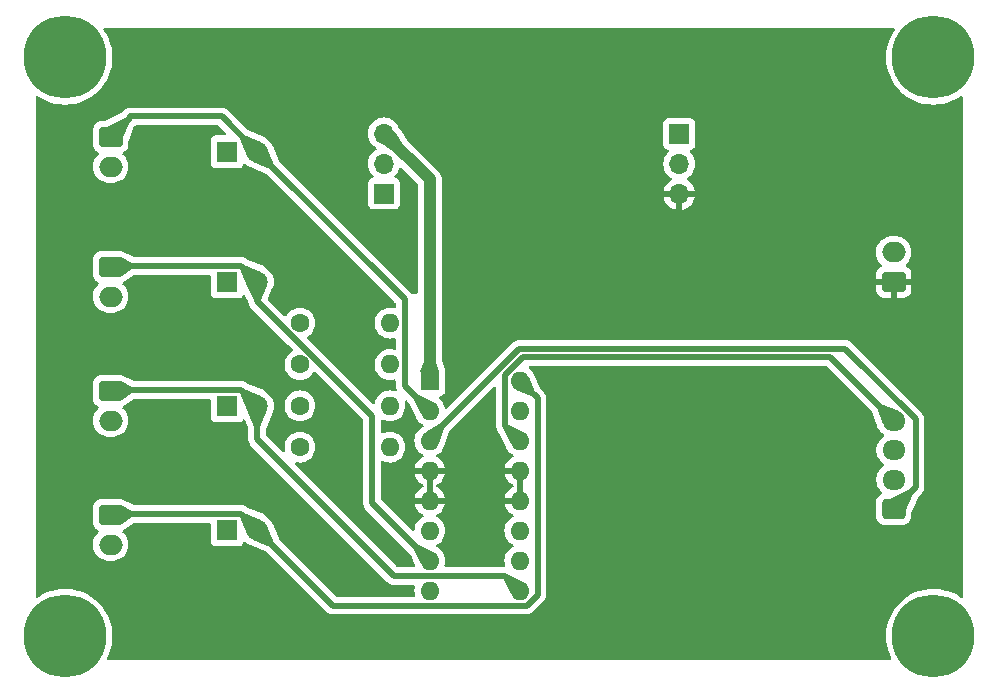
<source format=gbl>
%TF.GenerationSoftware,KiCad,Pcbnew,8.0.5*%
%TF.CreationDate,2024-10-03T12:10:16+09:00*%
%TF.ProjectId,air_test1,6169725f-7465-4737-9431-2e6b69636164,rev?*%
%TF.SameCoordinates,Original*%
%TF.FileFunction,Copper,L2,Bot*%
%TF.FilePolarity,Positive*%
%FSLAX46Y46*%
G04 Gerber Fmt 4.6, Leading zero omitted, Abs format (unit mm)*
G04 Created by KiCad (PCBNEW 8.0.5) date 2024-10-03 12:10:16*
%MOMM*%
%LPD*%
G01*
G04 APERTURE LIST*
G04 Aperture macros list*
%AMRoundRect*
0 Rectangle with rounded corners*
0 $1 Rounding radius*
0 $2 $3 $4 $5 $6 $7 $8 $9 X,Y pos of 4 corners*
0 Add a 4 corners polygon primitive as box body*
4,1,4,$2,$3,$4,$5,$6,$7,$8,$9,$2,$3,0*
0 Add four circle primitives for the rounded corners*
1,1,$1+$1,$2,$3*
1,1,$1+$1,$4,$5*
1,1,$1+$1,$6,$7*
1,1,$1+$1,$8,$9*
0 Add four rect primitives between the rounded corners*
20,1,$1+$1,$2,$3,$4,$5,0*
20,1,$1+$1,$4,$5,$6,$7,0*
20,1,$1+$1,$6,$7,$8,$9,0*
20,1,$1+$1,$8,$9,$2,$3,0*%
G04 Aperture macros list end*
%TA.AperFunction,ComponentPad*%
%ADD10R,1.600000X1.600000*%
%TD*%
%TA.AperFunction,ComponentPad*%
%ADD11O,1.600000X1.600000*%
%TD*%
%TA.AperFunction,ComponentPad*%
%ADD12RoundRect,0.250000X-0.750000X0.600000X-0.750000X-0.600000X0.750000X-0.600000X0.750000X0.600000X0*%
%TD*%
%TA.AperFunction,ComponentPad*%
%ADD13O,2.000000X1.700000*%
%TD*%
%TA.AperFunction,ComponentPad*%
%ADD14R,1.700000X1.700000*%
%TD*%
%TA.AperFunction,ComponentPad*%
%ADD15O,1.700000X1.700000*%
%TD*%
%TA.AperFunction,ComponentPad*%
%ADD16RoundRect,0.250000X0.750000X-0.600000X0.750000X0.600000X-0.750000X0.600000X-0.750000X-0.600000X0*%
%TD*%
%TA.AperFunction,ComponentPad*%
%ADD17RoundRect,0.250000X0.725000X-0.600000X0.725000X0.600000X-0.725000X0.600000X-0.725000X-0.600000X0*%
%TD*%
%TA.AperFunction,ComponentPad*%
%ADD18O,1.950000X1.700000*%
%TD*%
%TA.AperFunction,ComponentPad*%
%ADD19C,1.600000*%
%TD*%
%TA.AperFunction,ComponentPad*%
%ADD20R,1.800000X1.800000*%
%TD*%
%TA.AperFunction,ComponentPad*%
%ADD21C,1.800000*%
%TD*%
%TA.AperFunction,ComponentPad*%
%ADD22C,3.900000*%
%TD*%
%TA.AperFunction,ConnectorPad*%
%ADD23C,7.000000*%
%TD*%
%TA.AperFunction,ViaPad*%
%ADD24C,0.600000*%
%TD*%
%TA.AperFunction,Conductor*%
%ADD25C,0.500000*%
%TD*%
%TA.AperFunction,Conductor*%
%ADD26C,1.000000*%
%TD*%
G04 APERTURE END LIST*
D10*
%TO.P,TD62064BP1G1,1,COM*%
%TO.N,+24V*%
X113880000Y-98880000D03*
D11*
%TO.P,TD62064BP1G1,2,O1*%
%TO.N,J1*%
X113880000Y-101420000D03*
%TO.P,TD62064BP1G1,3,I1*%
%TO.N,Net-(J6-Pin_1)*%
X113880000Y-103960000D03*
%TO.P,TD62064BP1G1,4,GND*%
%TO.N,GND*%
X113880000Y-106500000D03*
%TO.P,TD62064BP1G1,5,GND*%
X113880000Y-109040000D03*
%TO.P,TD62064BP1G1,6,I2*%
%TO.N,Net-(J6-Pin_2)*%
X113880000Y-111580000D03*
%TO.P,TD62064BP1G1,7,O2*%
%TO.N,J2*%
X113880000Y-114120000D03*
%TO.P,TD62064BP1G1,8,COM*%
%TO.N,+24V*%
X113880000Y-116660000D03*
%TO.P,TD62064BP1G1,9,O3*%
%TO.N,J3*%
X121500000Y-116660000D03*
%TO.P,TD62064BP1G1,10,NC*%
%TO.N,unconnected-(TD62064BP1G1-NC-Pad10)*%
X121500000Y-114120000D03*
%TO.P,TD62064BP1G1,11,I3*%
%TO.N,Net-(J6-Pin_3)*%
X121500000Y-111580000D03*
%TO.P,TD62064BP1G1,12,GND*%
%TO.N,GND*%
X121500000Y-109040000D03*
%TO.P,TD62064BP1G1,13,GND*%
X121500000Y-106500000D03*
%TO.P,TD62064BP1G1,14,I4*%
%TO.N,Net-(J6-Pin_4)*%
X121500000Y-103960000D03*
%TO.P,TD62064BP1G1,15,NC*%
%TO.N,unconnected-(TD62064BP1G1-NC-Pad15)*%
X121500000Y-101420000D03*
%TO.P,TD62064BP1G1,16,O4*%
%TO.N,J4*%
X121500000Y-98880000D03*
%TD*%
D12*
%TO.P,J3,1,Pin_1*%
%TO.N,J3*%
X86850000Y-99750000D03*
D13*
%TO.P,J3,2,Pin_2*%
%TO.N,+24V*%
X86850000Y-102250000D03*
%TD*%
D14*
%TO.P,J7,1,Pin_1*%
%TO.N,+12V*%
X135000000Y-77975000D03*
D15*
%TO.P,J7,2,Pin_2*%
%TO.N,unconnected-(J7-Pin_2-Pad2)*%
X135000000Y-80515000D03*
%TO.P,J7,3,Pin_3*%
%TO.N,GND*%
X135000000Y-83055000D03*
%TD*%
D16*
%TO.P,J5,1,Pin_1*%
%TO.N,GND*%
X153150000Y-90500000D03*
D13*
%TO.P,J5,2,Pin_2*%
%TO.N,+12V*%
X153150000Y-88000000D03*
%TD*%
D17*
%TO.P,J6,1,Pin_1*%
%TO.N,Net-(J6-Pin_1)*%
X153150000Y-109750000D03*
D18*
%TO.P,J6,2,Pin_2*%
%TO.N,Net-(J6-Pin_2)*%
X153150000Y-107250000D03*
%TO.P,J6,3,Pin_3*%
%TO.N,Net-(J6-Pin_3)*%
X153150000Y-104750000D03*
%TO.P,J6,4,Pin_4*%
%TO.N,Net-(J6-Pin_4)*%
X153150000Y-102250000D03*
%TD*%
D19*
%TO.P,R2,1*%
%TO.N,Net-(D3-K)*%
X102880000Y-101000000D03*
D11*
%TO.P,R2,2*%
%TO.N,+12V*%
X110500000Y-101000000D03*
%TD*%
D20*
%TO.P,D2,1,K*%
%TO.N,Net-(D2-K)*%
X96725000Y-90500000D03*
D21*
%TO.P,D2,2,A*%
%TO.N,J2*%
X99265000Y-90500000D03*
%TD*%
D19*
%TO.P,R1,1*%
%TO.N,Net-(D4-K)*%
X102880000Y-104500000D03*
D11*
%TO.P,R1,2*%
%TO.N,+12V*%
X110500000Y-104500000D03*
%TD*%
D20*
%TO.P,D3,1,K*%
%TO.N,Net-(D3-K)*%
X96725000Y-101000000D03*
D21*
%TO.P,D3,2,A*%
%TO.N,J3*%
X99265000Y-101000000D03*
%TD*%
D22*
%TO.P,REF\u002A\u002A,1*%
%TO.N,N/C*%
X156500000Y-120500000D03*
D23*
X156500000Y-120500000D03*
%TD*%
D20*
%TO.P,D1,1,K*%
%TO.N,Net-(D1-K)*%
X96725000Y-79500000D03*
D21*
%TO.P,D1,2,A*%
%TO.N,J1*%
X99265000Y-79500000D03*
%TD*%
D19*
%TO.P,R4,1*%
%TO.N,Net-(D1-K)*%
X102880000Y-94000000D03*
D11*
%TO.P,R4,2*%
%TO.N,+12V*%
X110500000Y-94000000D03*
%TD*%
D19*
%TO.P,R3,1*%
%TO.N,Net-(D2-K)*%
X102880000Y-97500000D03*
D11*
%TO.P,R3,2*%
%TO.N,+12V*%
X110500000Y-97500000D03*
%TD*%
D12*
%TO.P,J4,1,Pin_1*%
%TO.N,J4*%
X86850000Y-110250000D03*
D13*
%TO.P,J4,2,Pin_2*%
%TO.N,+24V*%
X86850000Y-112750000D03*
%TD*%
D22*
%TO.P,REF\u002A\u002A,1*%
%TO.N,N/C*%
X83000000Y-120500000D03*
D23*
X83000000Y-120500000D03*
%TD*%
D12*
%TO.P,J2,1,Pin_1*%
%TO.N,J2*%
X86850000Y-89250000D03*
D13*
%TO.P,J2,2,Pin_2*%
%TO.N,+24V*%
X86850000Y-91750000D03*
%TD*%
D22*
%TO.P,REF\u002A\u002A,1*%
%TO.N,N/C*%
X156500000Y-71500000D03*
D23*
X156500000Y-71500000D03*
%TD*%
D14*
%TO.P,J8,1,Pin_1*%
%TO.N,unconnected-(J8-Pin_1-Pad1)*%
X110000000Y-83025000D03*
D15*
%TO.P,J8,2,Pin_2*%
%TO.N,unconnected-(J8-Pin_2-Pad2)*%
X110000000Y-80485000D03*
%TO.P,J8,3,Pin_3*%
%TO.N,+24V*%
X110000000Y-77945000D03*
%TD*%
D12*
%TO.P,J1,1,Pin_1*%
%TO.N,J1*%
X86850000Y-78250000D03*
D13*
%TO.P,J1,2,Pin_2*%
%TO.N,+24V*%
X86850000Y-80750000D03*
%TD*%
D22*
%TO.P,REF\u002A\u002A,1*%
%TO.N,N/C*%
X83000000Y-71500000D03*
D23*
X83000000Y-71500000D03*
%TD*%
D20*
%TO.P,D4,1,K*%
%TO.N,Net-(D4-K)*%
X96725000Y-111500000D03*
D21*
%TO.P,D4,2,A*%
%TO.N,J4*%
X99265000Y-111500000D03*
%TD*%
D24*
%TO.N,GND*%
X119500000Y-109000000D03*
X119500000Y-106500000D03*
X116000000Y-106500000D03*
X116000000Y-109000000D03*
%TD*%
D25*
%TO.N,J2*%
X99265000Y-92152767D02*
X99265000Y-90500000D01*
X102362233Y-95250000D02*
X99265000Y-92152767D01*
X102397767Y-95250000D02*
X102362233Y-95250000D01*
X109000000Y-101852233D02*
X102397767Y-95250000D01*
D26*
%TO.N,+24V*%
X110000000Y-77945000D02*
X113880000Y-81825000D01*
X113880000Y-81825000D02*
X113880000Y-98880000D01*
D25*
%TO.N,J1*%
X86850000Y-78250000D02*
X88500000Y-76600000D01*
X96265000Y-76500000D02*
X99265000Y-79500000D01*
X88500000Y-76500000D02*
X96265000Y-76500000D01*
X111750000Y-91985000D02*
X111750000Y-99290000D01*
X111750000Y-99290000D02*
X113880000Y-101420000D01*
X99265000Y-79500000D02*
X111750000Y-91985000D01*
X88500000Y-76600000D02*
X88500000Y-76500000D01*
%TO.N,J2*%
X109000000Y-101852233D02*
X109000000Y-109240000D01*
X86850000Y-89250000D02*
X86950000Y-89150000D01*
X86950000Y-89150000D02*
X97915000Y-89150000D01*
X97915000Y-89150000D02*
X99265000Y-90500000D01*
X109000000Y-109240000D02*
X113880000Y-114120000D01*
%TO.N,J3*%
X86850000Y-99750000D02*
X86950000Y-99650000D01*
X99265000Y-103812767D02*
X110862233Y-115410000D01*
X110862233Y-115410000D02*
X120250000Y-115410000D01*
X97915000Y-99650000D02*
X99265000Y-101000000D01*
X120250000Y-115410000D02*
X121500000Y-116660000D01*
X99265000Y-101000000D02*
X99265000Y-103812767D01*
X86950000Y-99650000D02*
X97915000Y-99650000D01*
%TO.N,J4*%
X97915000Y-110150000D02*
X99265000Y-111500000D01*
X123000000Y-117000000D02*
X123000000Y-100380000D01*
X122090000Y-117910000D02*
X123000000Y-117000000D01*
X123000000Y-100380000D02*
X121500000Y-98880000D01*
X99265000Y-111500000D02*
X105675000Y-117910000D01*
X86850000Y-110250000D02*
X86950000Y-110150000D01*
X86950000Y-110150000D02*
X97915000Y-110150000D01*
X105675000Y-117910000D02*
X122090000Y-117910000D01*
%TO.N,Net-(J6-Pin_1)*%
X149043478Y-96180000D02*
X155000000Y-102136522D01*
X121442284Y-96180000D02*
X149043478Y-96180000D01*
X155000000Y-102136522D02*
X155000000Y-107900000D01*
X155000000Y-107900000D02*
X153150000Y-109750000D01*
X113880000Y-103960000D02*
X113880000Y-103742284D01*
X113880000Y-103742284D02*
X121442284Y-96180000D01*
%TO.N,Net-(J6-Pin_4)*%
X147780000Y-96880000D02*
X121732233Y-96880000D01*
X120250000Y-102710000D02*
X121500000Y-103960000D01*
X153150000Y-102250000D02*
X147780000Y-96880000D01*
X120250000Y-98362233D02*
X120250000Y-102710000D01*
X121732233Y-96880000D02*
X120250000Y-98362233D01*
%TD*%
%TA.AperFunction,Conductor*%
%TO.N,GND*%
G36*
X119418834Y-99367331D02*
G01*
X119474767Y-99409203D01*
X119499184Y-99474667D01*
X119499500Y-99483513D01*
X119499500Y-102783918D01*
X119499500Y-102783920D01*
X119499499Y-102783920D01*
X119528340Y-102928907D01*
X119528343Y-102928917D01*
X119584913Y-103065490D01*
X119584914Y-103065492D01*
X119584915Y-103065494D01*
X119584916Y-103065495D01*
X119617645Y-103114477D01*
X119621909Y-103120858D01*
X119667048Y-103188416D01*
X119747268Y-103268636D01*
X119772608Y-103305304D01*
X120295489Y-104463770D01*
X120295496Y-104463786D01*
X120316263Y-104504729D01*
X120319379Y-104509659D01*
X120319092Y-104509840D01*
X120329162Y-104526376D01*
X120369432Y-104612734D01*
X120369433Y-104612735D01*
X120499954Y-104799141D01*
X120660858Y-104960045D01*
X120660861Y-104960047D01*
X120847266Y-105090568D01*
X120905865Y-105117893D01*
X120958305Y-105164065D01*
X120977457Y-105231258D01*
X120957242Y-105298139D01*
X120905867Y-105342657D01*
X120847515Y-105369867D01*
X120661179Y-105500342D01*
X120500342Y-105661179D01*
X120369865Y-105847517D01*
X120273734Y-106053673D01*
X120273730Y-106053682D01*
X120221127Y-106249999D01*
X120221128Y-106250000D01*
X121184314Y-106250000D01*
X121179920Y-106254394D01*
X121127259Y-106345606D01*
X121100000Y-106447339D01*
X121100000Y-106552661D01*
X121127259Y-106654394D01*
X121179920Y-106745606D01*
X121184314Y-106750000D01*
X120221128Y-106750000D01*
X120273730Y-106946317D01*
X120273734Y-106946326D01*
X120369865Y-107152482D01*
X120500342Y-107338820D01*
X120661179Y-107499657D01*
X120847517Y-107630134D01*
X120906457Y-107657618D01*
X120958896Y-107703790D01*
X120978048Y-107770984D01*
X120957832Y-107837865D01*
X120906457Y-107882382D01*
X120847517Y-107909865D01*
X120661179Y-108040342D01*
X120500342Y-108201179D01*
X120369865Y-108387517D01*
X120273734Y-108593673D01*
X120273730Y-108593682D01*
X120221127Y-108789999D01*
X120221128Y-108790000D01*
X121184314Y-108790000D01*
X121179920Y-108794394D01*
X121127259Y-108885606D01*
X121100000Y-108987339D01*
X121100000Y-109092661D01*
X121127259Y-109194394D01*
X121179920Y-109285606D01*
X121184314Y-109290000D01*
X120221128Y-109290000D01*
X120273730Y-109486317D01*
X120273734Y-109486326D01*
X120369865Y-109692482D01*
X120500342Y-109878820D01*
X120661179Y-110039657D01*
X120847518Y-110170134D01*
X120847520Y-110170135D01*
X120905865Y-110197342D01*
X120958305Y-110243514D01*
X120977457Y-110310707D01*
X120957242Y-110377589D01*
X120905867Y-110422105D01*
X120847268Y-110449431D01*
X120847264Y-110449433D01*
X120660858Y-110579954D01*
X120499954Y-110740858D01*
X120369432Y-110927265D01*
X120369431Y-110927267D01*
X120273261Y-111133502D01*
X120273258Y-111133511D01*
X120214366Y-111353302D01*
X120214364Y-111353313D01*
X120194532Y-111579998D01*
X120194532Y-111580001D01*
X120214364Y-111806686D01*
X120214366Y-111806697D01*
X120273258Y-112026488D01*
X120273261Y-112026497D01*
X120369431Y-112232732D01*
X120369432Y-112232734D01*
X120499954Y-112419141D01*
X120660858Y-112580045D01*
X120660861Y-112580047D01*
X120847266Y-112710568D01*
X120905275Y-112737618D01*
X120957714Y-112783791D01*
X120976866Y-112850984D01*
X120956650Y-112917865D01*
X120905275Y-112962382D01*
X120847267Y-112989431D01*
X120847265Y-112989432D01*
X120660858Y-113119954D01*
X120499954Y-113280858D01*
X120369432Y-113467265D01*
X120369431Y-113467267D01*
X120273261Y-113673502D01*
X120273258Y-113673511D01*
X120214366Y-113893302D01*
X120214364Y-113893313D01*
X120194532Y-114119998D01*
X120194532Y-114120001D01*
X120214364Y-114346686D01*
X120214366Y-114346697D01*
X120256356Y-114503407D01*
X120254693Y-114573257D01*
X120215530Y-114631119D01*
X120151302Y-114658623D01*
X120136581Y-114659500D01*
X115243419Y-114659500D01*
X115176380Y-114639815D01*
X115130625Y-114587011D01*
X115120681Y-114517853D01*
X115123644Y-114503407D01*
X115140452Y-114440674D01*
X115165635Y-114346692D01*
X115185468Y-114120000D01*
X115165635Y-113893308D01*
X115106739Y-113673504D01*
X115010568Y-113467266D01*
X114880047Y-113280861D01*
X114880045Y-113280858D01*
X114719141Y-113119954D01*
X114532734Y-112989432D01*
X114532731Y-112989430D01*
X114474723Y-112962380D01*
X114422285Y-112916207D01*
X114403134Y-112849013D01*
X114423351Y-112782132D01*
X114474721Y-112737619D01*
X114532734Y-112710568D01*
X114719139Y-112580047D01*
X114880047Y-112419139D01*
X115010568Y-112232734D01*
X115106739Y-112026496D01*
X115165635Y-111806692D01*
X115185468Y-111580000D01*
X115182948Y-111551201D01*
X115173338Y-111441358D01*
X115165635Y-111353308D01*
X115106739Y-111133504D01*
X115010568Y-110927266D01*
X114880047Y-110740861D01*
X114880045Y-110740858D01*
X114719141Y-110579954D01*
X114532734Y-110449432D01*
X114532732Y-110449431D01*
X114521275Y-110444088D01*
X114474132Y-110422105D01*
X114421694Y-110375934D01*
X114402542Y-110308740D01*
X114422758Y-110241859D01*
X114474134Y-110197341D01*
X114532484Y-110170132D01*
X114718820Y-110039657D01*
X114879657Y-109878820D01*
X115010134Y-109692482D01*
X115106265Y-109486326D01*
X115106269Y-109486317D01*
X115158872Y-109290000D01*
X114195686Y-109290000D01*
X114200080Y-109285606D01*
X114252741Y-109194394D01*
X114280000Y-109092661D01*
X114280000Y-108987339D01*
X114252741Y-108885606D01*
X114200080Y-108794394D01*
X114195686Y-108790000D01*
X115158872Y-108790000D01*
X115158872Y-108789999D01*
X115106269Y-108593682D01*
X115106265Y-108593673D01*
X115010134Y-108387517D01*
X114879657Y-108201179D01*
X114718820Y-108040342D01*
X114532481Y-107909865D01*
X114532479Y-107909864D01*
X114473543Y-107882382D01*
X114421103Y-107836210D01*
X114401951Y-107769017D01*
X114422166Y-107702136D01*
X114473543Y-107657618D01*
X114532479Y-107630135D01*
X114532481Y-107630134D01*
X114718820Y-107499657D01*
X114879657Y-107338820D01*
X115010134Y-107152482D01*
X115106265Y-106946326D01*
X115106269Y-106946317D01*
X115158872Y-106750000D01*
X114195686Y-106750000D01*
X114200080Y-106745606D01*
X114252741Y-106654394D01*
X114280000Y-106552661D01*
X114280000Y-106447339D01*
X114252741Y-106345606D01*
X114200080Y-106254394D01*
X114195686Y-106250000D01*
X115158872Y-106250000D01*
X115158872Y-106249999D01*
X115106269Y-106053682D01*
X115106265Y-106053673D01*
X115010134Y-105847517D01*
X114879657Y-105661179D01*
X114718820Y-105500342D01*
X114532482Y-105369865D01*
X114474133Y-105342657D01*
X114421694Y-105296484D01*
X114402542Y-105229291D01*
X114422758Y-105162410D01*
X114474129Y-105117895D01*
X114532734Y-105090568D01*
X114719139Y-104960047D01*
X114880047Y-104799139D01*
X115010568Y-104612734D01*
X115106739Y-104406496D01*
X115113911Y-104379724D01*
X115115758Y-104373492D01*
X115495029Y-103207702D01*
X115525261Y-103158389D01*
X119287819Y-99395832D01*
X119349142Y-99362347D01*
X119418834Y-99367331D01*
G37*
%TD.AperFunction*%
%TA.AperFunction,Conductor*%
G36*
X111937968Y-100548980D02*
G01*
X111971468Y-100572836D01*
X112127268Y-100728636D01*
X112152608Y-100765304D01*
X112675489Y-101923770D01*
X112675496Y-101923786D01*
X112696263Y-101964729D01*
X112699379Y-101969659D01*
X112699092Y-101969840D01*
X112709162Y-101986376D01*
X112749432Y-102072734D01*
X112798162Y-102142328D01*
X112879954Y-102259141D01*
X113040858Y-102420045D01*
X113040861Y-102420047D01*
X113227266Y-102550568D01*
X113285273Y-102577617D01*
X113337713Y-102623789D01*
X113356865Y-102690982D01*
X113336650Y-102757864D01*
X113285276Y-102802380D01*
X113227269Y-102829430D01*
X113227268Y-102829430D01*
X113040858Y-102959954D01*
X112879954Y-103120858D01*
X112749432Y-103307265D01*
X112749431Y-103307267D01*
X112653261Y-103513502D01*
X112653258Y-103513511D01*
X112594366Y-103733302D01*
X112594364Y-103733313D01*
X112574532Y-103959998D01*
X112574532Y-103960001D01*
X112594364Y-104186686D01*
X112594366Y-104186697D01*
X112653258Y-104406488D01*
X112653261Y-104406497D01*
X112749431Y-104612732D01*
X112749432Y-104612734D01*
X112879954Y-104799141D01*
X113040858Y-104960045D01*
X113040861Y-104960047D01*
X113227266Y-105090568D01*
X113285865Y-105117893D01*
X113338305Y-105164065D01*
X113357457Y-105231258D01*
X113337242Y-105298139D01*
X113285867Y-105342657D01*
X113227515Y-105369867D01*
X113041179Y-105500342D01*
X112880342Y-105661179D01*
X112749865Y-105847517D01*
X112653734Y-106053673D01*
X112653730Y-106053682D01*
X112601127Y-106249999D01*
X112601128Y-106250000D01*
X113564314Y-106250000D01*
X113559920Y-106254394D01*
X113507259Y-106345606D01*
X113480000Y-106447339D01*
X113480000Y-106552661D01*
X113507259Y-106654394D01*
X113559920Y-106745606D01*
X113564314Y-106750000D01*
X112601128Y-106750000D01*
X112653730Y-106946317D01*
X112653734Y-106946326D01*
X112749865Y-107152482D01*
X112880342Y-107338820D01*
X113041179Y-107499657D01*
X113227517Y-107630134D01*
X113286457Y-107657618D01*
X113338896Y-107703790D01*
X113358048Y-107770984D01*
X113337832Y-107837865D01*
X113286457Y-107882382D01*
X113227517Y-107909865D01*
X113041179Y-108040342D01*
X112880342Y-108201179D01*
X112749865Y-108387517D01*
X112653734Y-108593673D01*
X112653730Y-108593682D01*
X112601127Y-108789999D01*
X112601128Y-108790000D01*
X113564314Y-108790000D01*
X113559920Y-108794394D01*
X113507259Y-108885606D01*
X113480000Y-108987339D01*
X113480000Y-109092661D01*
X113507259Y-109194394D01*
X113559920Y-109285606D01*
X113564314Y-109290000D01*
X112601128Y-109290000D01*
X112653730Y-109486317D01*
X112653734Y-109486326D01*
X112749865Y-109692482D01*
X112880342Y-109878820D01*
X113041179Y-110039657D01*
X113227518Y-110170134D01*
X113227520Y-110170135D01*
X113285865Y-110197342D01*
X113338305Y-110243514D01*
X113357457Y-110310707D01*
X113337242Y-110377589D01*
X113285867Y-110422105D01*
X113227268Y-110449431D01*
X113227264Y-110449433D01*
X113040858Y-110579954D01*
X112879954Y-110740858D01*
X112749432Y-110927265D01*
X112749431Y-110927267D01*
X112653261Y-111133502D01*
X112653258Y-111133511D01*
X112594366Y-111353302D01*
X112594364Y-111353312D01*
X112583777Y-111474328D01*
X112558324Y-111539396D01*
X112501733Y-111580375D01*
X112431972Y-111584253D01*
X112372568Y-111551201D01*
X111144902Y-110323535D01*
X109786819Y-108965451D01*
X109753334Y-108904128D01*
X109750500Y-108877770D01*
X109750500Y-105780086D01*
X109770185Y-105713047D01*
X109822989Y-105667292D01*
X109892147Y-105657348D01*
X109926901Y-105667703D01*
X110053504Y-105726739D01*
X110273308Y-105785635D01*
X110435230Y-105799801D01*
X110499998Y-105805468D01*
X110500000Y-105805468D01*
X110500002Y-105805468D01*
X110556673Y-105800509D01*
X110726692Y-105785635D01*
X110946496Y-105726739D01*
X111152734Y-105630568D01*
X111339139Y-105500047D01*
X111500047Y-105339139D01*
X111630568Y-105152734D01*
X111726739Y-104946496D01*
X111785635Y-104726692D01*
X111805468Y-104500000D01*
X111785635Y-104273308D01*
X111726739Y-104053504D01*
X111630568Y-103847266D01*
X111500047Y-103660861D01*
X111500045Y-103660858D01*
X111339141Y-103499954D01*
X111152734Y-103369432D01*
X111152732Y-103369431D01*
X110946497Y-103273261D01*
X110946488Y-103273258D01*
X110726697Y-103214366D01*
X110726693Y-103214365D01*
X110726692Y-103214365D01*
X110726691Y-103214364D01*
X110726686Y-103214364D01*
X110500002Y-103194532D01*
X110499998Y-103194532D01*
X110273313Y-103214364D01*
X110273302Y-103214366D01*
X110053511Y-103273258D01*
X110053497Y-103273263D01*
X109926904Y-103332295D01*
X109857827Y-103342787D01*
X109794043Y-103314267D01*
X109755804Y-103255790D01*
X109750500Y-103219913D01*
X109750500Y-102280086D01*
X109770185Y-102213047D01*
X109822989Y-102167292D01*
X109892147Y-102157348D01*
X109926901Y-102167703D01*
X110053504Y-102226739D01*
X110273308Y-102285635D01*
X110435230Y-102299801D01*
X110499998Y-102305468D01*
X110500000Y-102305468D01*
X110500002Y-102305468D01*
X110556673Y-102300509D01*
X110726692Y-102285635D01*
X110946496Y-102226739D01*
X111152734Y-102130568D01*
X111339139Y-102000047D01*
X111500047Y-101839139D01*
X111630568Y-101652734D01*
X111726739Y-101446496D01*
X111785635Y-101226692D01*
X111802634Y-101032384D01*
X111805468Y-101000001D01*
X111805468Y-100999998D01*
X111790652Y-100830658D01*
X111785635Y-100773308D01*
X111764012Y-100692609D01*
X111765675Y-100622761D01*
X111804837Y-100564898D01*
X111869066Y-100537394D01*
X111937968Y-100548980D01*
G37*
%TD.AperFunction*%
%TA.AperFunction,Conductor*%
G36*
X114130000Y-108724314D02*
G01*
X114125606Y-108719920D01*
X114034394Y-108667259D01*
X113932661Y-108640000D01*
X113827339Y-108640000D01*
X113725606Y-108667259D01*
X113634394Y-108719920D01*
X113630000Y-108724314D01*
X113630000Y-106815686D01*
X113634394Y-106820080D01*
X113725606Y-106872741D01*
X113827339Y-106900000D01*
X113932661Y-106900000D01*
X114034394Y-106872741D01*
X114125606Y-106820080D01*
X114130000Y-106815686D01*
X114130000Y-108724314D01*
G37*
%TD.AperFunction*%
%TA.AperFunction,Conductor*%
G36*
X121750000Y-108724314D02*
G01*
X121745606Y-108719920D01*
X121654394Y-108667259D01*
X121552661Y-108640000D01*
X121447339Y-108640000D01*
X121345606Y-108667259D01*
X121254394Y-108719920D01*
X121250000Y-108724314D01*
X121250000Y-106815686D01*
X121254394Y-106820080D01*
X121345606Y-106872741D01*
X121447339Y-106900000D01*
X121552661Y-106900000D01*
X121654394Y-106872741D01*
X121745606Y-106820080D01*
X121750000Y-106815686D01*
X121750000Y-108724314D01*
G37*
%TD.AperFunction*%
%TA.AperFunction,Conductor*%
G36*
X153194164Y-69019685D02*
G01*
X153239919Y-69072489D01*
X153249863Y-69141647D01*
X153226723Y-69197865D01*
X153198189Y-69236339D01*
X153169692Y-69274763D01*
X152967620Y-69611899D01*
X152799562Y-69967227D01*
X152799561Y-69967229D01*
X152667143Y-70337315D01*
X152571637Y-70718593D01*
X152571636Y-70718600D01*
X152513962Y-71107409D01*
X152494675Y-71500000D01*
X152513962Y-71892591D01*
X152513962Y-71892597D01*
X152513963Y-71892599D01*
X152571637Y-72281406D01*
X152667143Y-72662684D01*
X152799561Y-73032770D01*
X152799562Y-73032772D01*
X152967620Y-73388100D01*
X153169692Y-73725236D01*
X153403846Y-74040956D01*
X153667807Y-74332192D01*
X153959043Y-74596153D01*
X153959049Y-74596158D01*
X154274761Y-74830306D01*
X154274763Y-74830307D01*
X154611899Y-75032379D01*
X154611902Y-75032380D01*
X154611903Y-75032381D01*
X154967228Y-75200438D01*
X155337316Y-75332857D01*
X155718600Y-75428364D01*
X156107409Y-75486038D01*
X156500000Y-75505325D01*
X156892591Y-75486038D01*
X157281400Y-75428364D01*
X157662684Y-75332857D01*
X158032772Y-75200438D01*
X158388097Y-75032381D01*
X158725239Y-74830306D01*
X158802134Y-74773276D01*
X158867706Y-74749153D01*
X158935912Y-74764309D01*
X158985096Y-74813934D01*
X159000000Y-74872875D01*
X159000000Y-117127124D01*
X158980315Y-117194163D01*
X158927511Y-117239918D01*
X158858353Y-117249862D01*
X158802134Y-117226722D01*
X158725242Y-117169695D01*
X158388100Y-116967620D01*
X158032772Y-116799562D01*
X158032770Y-116799561D01*
X157662684Y-116667143D01*
X157281406Y-116571637D01*
X157281401Y-116571636D01*
X157281400Y-116571636D01*
X157137256Y-116550254D01*
X156892599Y-116513963D01*
X156892597Y-116513962D01*
X156892591Y-116513962D01*
X156500000Y-116494675D01*
X156107409Y-116513962D01*
X156107403Y-116513962D01*
X156107400Y-116513963D01*
X155718593Y-116571637D01*
X155337315Y-116667143D01*
X154967229Y-116799561D01*
X154967227Y-116799562D01*
X154611899Y-116967620D01*
X154274763Y-117169692D01*
X153959043Y-117403846D01*
X153667807Y-117667807D01*
X153403846Y-117959043D01*
X153169692Y-118274763D01*
X152967620Y-118611899D01*
X152799562Y-118967227D01*
X152799561Y-118967229D01*
X152667143Y-119337315D01*
X152571637Y-119718593D01*
X152529895Y-120000000D01*
X152513962Y-120107409D01*
X152494675Y-120500000D01*
X152513962Y-120892591D01*
X152513962Y-120892597D01*
X152513963Y-120892599D01*
X152571637Y-121281406D01*
X152644136Y-121570834D01*
X152667143Y-121662684D01*
X152799562Y-122032772D01*
X152936823Y-122322985D01*
X152947691Y-122392002D01*
X152919520Y-122455941D01*
X152861253Y-122494499D01*
X152824728Y-122500000D01*
X86675272Y-122500000D01*
X86608233Y-122480315D01*
X86562478Y-122427511D01*
X86552534Y-122358353D01*
X86563175Y-122322987D01*
X86700438Y-122032772D01*
X86832857Y-121662684D01*
X86928364Y-121281400D01*
X86986038Y-120892591D01*
X87005325Y-120500000D01*
X86986038Y-120107409D01*
X86928364Y-119718600D01*
X86832857Y-119337316D01*
X86700438Y-118967228D01*
X86532381Y-118611903D01*
X86490594Y-118542186D01*
X86330307Y-118274763D01*
X86330306Y-118274761D01*
X86096158Y-117959049D01*
X86096153Y-117959043D01*
X85832192Y-117667807D01*
X85540956Y-117403846D01*
X85475770Y-117355501D01*
X85225239Y-117169694D01*
X85225236Y-117169692D01*
X84888100Y-116967620D01*
X84532772Y-116799562D01*
X84532770Y-116799561D01*
X84162684Y-116667143D01*
X83781406Y-116571637D01*
X83781401Y-116571636D01*
X83781400Y-116571636D01*
X83637256Y-116550254D01*
X83392599Y-116513963D01*
X83392597Y-116513962D01*
X83392591Y-116513962D01*
X83000000Y-116494675D01*
X82607409Y-116513962D01*
X82607403Y-116513962D01*
X82607400Y-116513963D01*
X82218593Y-116571637D01*
X81837315Y-116667143D01*
X81467229Y-116799561D01*
X81467227Y-116799562D01*
X81111899Y-116967620D01*
X80774757Y-117169695D01*
X80697866Y-117226722D01*
X80632293Y-117250846D01*
X80564087Y-117235690D01*
X80514903Y-117186064D01*
X80500000Y-117127124D01*
X80500000Y-77599983D01*
X85349500Y-77599983D01*
X85349500Y-78900001D01*
X85349501Y-78900018D01*
X85360000Y-79002796D01*
X85360001Y-79002799D01*
X85411257Y-79157476D01*
X85415186Y-79169334D01*
X85506766Y-79317810D01*
X85507289Y-79318657D01*
X85631344Y-79442712D01*
X85786120Y-79538178D01*
X85832845Y-79590126D01*
X85844068Y-79659088D01*
X85816224Y-79723171D01*
X85808706Y-79731398D01*
X85669889Y-79870215D01*
X85544951Y-80042179D01*
X85448444Y-80231585D01*
X85382753Y-80433760D01*
X85349500Y-80643713D01*
X85349500Y-80856286D01*
X85368882Y-80978663D01*
X85382754Y-81066243D01*
X85422060Y-81187215D01*
X85448444Y-81268414D01*
X85544951Y-81457820D01*
X85669890Y-81629786D01*
X85820213Y-81780109D01*
X85992179Y-81905048D01*
X85992181Y-81905049D01*
X85992184Y-81905051D01*
X86181588Y-82001557D01*
X86383757Y-82067246D01*
X86593713Y-82100500D01*
X86593714Y-82100500D01*
X87106286Y-82100500D01*
X87106287Y-82100500D01*
X87316243Y-82067246D01*
X87518412Y-82001557D01*
X87707816Y-81905051D01*
X87783501Y-81850063D01*
X87879786Y-81780109D01*
X87879788Y-81780106D01*
X87879792Y-81780104D01*
X88030104Y-81629792D01*
X88030106Y-81629788D01*
X88030109Y-81629786D01*
X88155048Y-81457820D01*
X88155047Y-81457820D01*
X88155051Y-81457816D01*
X88251557Y-81268412D01*
X88317246Y-81066243D01*
X88350500Y-80856287D01*
X88350500Y-80643713D01*
X88317246Y-80433757D01*
X88251557Y-80231588D01*
X88155051Y-80042184D01*
X88155049Y-80042181D01*
X88155048Y-80042179D01*
X88030109Y-79870213D01*
X87891294Y-79731398D01*
X87857809Y-79670075D01*
X87862793Y-79600383D01*
X87904665Y-79544450D01*
X87913879Y-79538178D01*
X87919331Y-79534814D01*
X87919334Y-79534814D01*
X88068656Y-79442712D01*
X88192712Y-79318656D01*
X88284814Y-79169334D01*
X88339999Y-79002797D01*
X88350500Y-78900009D01*
X88350499Y-78590491D01*
X88360121Y-78542600D01*
X88381092Y-78492517D01*
X88869280Y-77326607D01*
X88913330Y-77272373D01*
X88979708Y-77250563D01*
X88983658Y-77250500D01*
X95902770Y-77250500D01*
X95969809Y-77270185D01*
X95990451Y-77286819D01*
X96591451Y-77887819D01*
X96624936Y-77949142D01*
X96619952Y-78018834D01*
X96578080Y-78074767D01*
X96512616Y-78099184D01*
X96503770Y-78099500D01*
X95777129Y-78099500D01*
X95777123Y-78099501D01*
X95717516Y-78105908D01*
X95582671Y-78156202D01*
X95582664Y-78156206D01*
X95467455Y-78242452D01*
X95467452Y-78242455D01*
X95381206Y-78357664D01*
X95381202Y-78357671D01*
X95330908Y-78492517D01*
X95324501Y-78552116D01*
X95324500Y-78552135D01*
X95324500Y-80447870D01*
X95324501Y-80447876D01*
X95330908Y-80507483D01*
X95381202Y-80642328D01*
X95381206Y-80642335D01*
X95467452Y-80757544D01*
X95467455Y-80757547D01*
X95582664Y-80843793D01*
X95582671Y-80843797D01*
X95717517Y-80894091D01*
X95717516Y-80894091D01*
X95724444Y-80894835D01*
X95777127Y-80900500D01*
X97672872Y-80900499D01*
X97732483Y-80894091D01*
X97867331Y-80843796D01*
X97982546Y-80757546D01*
X98068796Y-80642331D01*
X98097455Y-80565493D01*
X98139326Y-80509559D01*
X98204790Y-80485141D01*
X98273063Y-80499992D01*
X98304866Y-80524843D01*
X98312302Y-80532920D01*
X98313215Y-80533912D01*
X98313222Y-80533918D01*
X98496365Y-80676464D01*
X98496371Y-80676468D01*
X98496374Y-80676470D01*
X98700497Y-80786936D01*
X98706124Y-80788867D01*
X98708283Y-80789609D01*
X98727797Y-80798781D01*
X98727919Y-80798547D01*
X98731850Y-80800576D01*
X98731860Y-80800582D01*
X100027204Y-81356402D01*
X100062791Y-81371672D01*
X100101576Y-81397944D01*
X110963181Y-92259548D01*
X110996666Y-92320871D01*
X110999500Y-92347229D01*
X110999500Y-92625863D01*
X110979815Y-92692902D01*
X110927011Y-92738657D01*
X110857853Y-92748601D01*
X110843407Y-92745638D01*
X110726697Y-92714366D01*
X110726693Y-92714365D01*
X110726692Y-92714365D01*
X110726691Y-92714364D01*
X110726686Y-92714364D01*
X110500002Y-92694532D01*
X110499998Y-92694532D01*
X110273313Y-92714364D01*
X110273302Y-92714366D01*
X110053511Y-92773258D01*
X110053502Y-92773261D01*
X109847267Y-92869431D01*
X109847265Y-92869432D01*
X109660858Y-92999954D01*
X109499954Y-93160858D01*
X109369432Y-93347265D01*
X109369431Y-93347267D01*
X109273261Y-93553502D01*
X109273258Y-93553511D01*
X109214366Y-93773302D01*
X109214364Y-93773313D01*
X109194532Y-93999998D01*
X109194532Y-94000001D01*
X109214364Y-94226686D01*
X109214366Y-94226697D01*
X109273258Y-94446488D01*
X109273261Y-94446497D01*
X109369431Y-94652732D01*
X109369432Y-94652734D01*
X109499954Y-94839141D01*
X109660858Y-95000045D01*
X109660861Y-95000047D01*
X109847266Y-95130568D01*
X110053504Y-95226739D01*
X110273308Y-95285635D01*
X110435230Y-95299801D01*
X110499998Y-95305468D01*
X110500000Y-95305468D01*
X110500002Y-95305468D01*
X110556673Y-95300509D01*
X110726692Y-95285635D01*
X110843408Y-95254361D01*
X110913256Y-95256024D01*
X110971119Y-95295186D01*
X110998623Y-95359415D01*
X110999500Y-95374136D01*
X110999500Y-96125863D01*
X110979815Y-96192902D01*
X110927011Y-96238657D01*
X110857853Y-96248601D01*
X110843407Y-96245638D01*
X110726697Y-96214366D01*
X110726693Y-96214365D01*
X110726692Y-96214365D01*
X110726691Y-96214364D01*
X110726686Y-96214364D01*
X110500002Y-96194532D01*
X110499998Y-96194532D01*
X110273313Y-96214364D01*
X110273302Y-96214366D01*
X110053511Y-96273258D01*
X110053502Y-96273261D01*
X109847267Y-96369431D01*
X109847265Y-96369432D01*
X109660858Y-96499954D01*
X109499954Y-96660858D01*
X109369432Y-96847265D01*
X109369431Y-96847267D01*
X109273261Y-97053502D01*
X109273258Y-97053511D01*
X109214366Y-97273302D01*
X109214364Y-97273313D01*
X109194532Y-97499998D01*
X109194532Y-97500001D01*
X109214364Y-97726686D01*
X109214366Y-97726697D01*
X109273258Y-97946488D01*
X109273261Y-97946497D01*
X109369431Y-98152732D01*
X109369432Y-98152734D01*
X109499954Y-98339141D01*
X109660858Y-98500045D01*
X109660861Y-98500047D01*
X109847266Y-98630568D01*
X110053504Y-98726739D01*
X110273308Y-98785635D01*
X110435230Y-98799801D01*
X110499998Y-98805468D01*
X110500000Y-98805468D01*
X110500002Y-98805468D01*
X110556673Y-98800509D01*
X110726692Y-98785635D01*
X110843408Y-98754361D01*
X110913256Y-98756024D01*
X110971119Y-98795186D01*
X110998623Y-98859415D01*
X110999500Y-98874136D01*
X110999500Y-99363918D01*
X110999500Y-99363920D01*
X110999499Y-99363920D01*
X111028340Y-99508907D01*
X111028343Y-99508917D01*
X111065501Y-99598625D01*
X111072970Y-99668094D01*
X111041694Y-99730573D01*
X110981605Y-99766225D01*
X110918847Y-99765852D01*
X110726697Y-99714366D01*
X110726693Y-99714365D01*
X110726692Y-99714365D01*
X110726691Y-99714364D01*
X110726686Y-99714364D01*
X110500002Y-99694532D01*
X110499998Y-99694532D01*
X110273313Y-99714364D01*
X110273302Y-99714366D01*
X110053511Y-99773258D01*
X110053502Y-99773261D01*
X109847267Y-99869431D01*
X109847265Y-99869432D01*
X109660858Y-99999954D01*
X109499954Y-100160858D01*
X109369432Y-100347265D01*
X109369431Y-100347267D01*
X109273261Y-100553502D01*
X109273259Y-100553508D01*
X109220941Y-100748764D01*
X109184576Y-100808424D01*
X109121729Y-100838953D01*
X109052353Y-100830658D01*
X109013485Y-100804351D01*
X103523693Y-95314559D01*
X103490208Y-95253236D01*
X103495192Y-95183544D01*
X103537064Y-95127611D01*
X103540173Y-95125358D01*
X103719139Y-95000047D01*
X103880047Y-94839139D01*
X104010568Y-94652734D01*
X104106739Y-94446496D01*
X104165635Y-94226692D01*
X104185468Y-94000000D01*
X104165635Y-93773308D01*
X104106739Y-93553504D01*
X104010568Y-93347266D01*
X103880047Y-93160861D01*
X103880045Y-93160858D01*
X103719141Y-92999954D01*
X103532734Y-92869432D01*
X103532732Y-92869431D01*
X103326497Y-92773261D01*
X103326488Y-92773258D01*
X103106697Y-92714366D01*
X103106693Y-92714365D01*
X103106692Y-92714365D01*
X103106691Y-92714364D01*
X103106686Y-92714364D01*
X102880002Y-92694532D01*
X102879998Y-92694532D01*
X102653313Y-92714364D01*
X102653302Y-92714366D01*
X102433511Y-92773258D01*
X102433502Y-92773261D01*
X102227267Y-92869431D01*
X102227265Y-92869432D01*
X102040858Y-92999954D01*
X101879954Y-93160858D01*
X101749430Y-93347268D01*
X101746721Y-93351961D01*
X101744519Y-93350689D01*
X101705363Y-93395117D01*
X101638160Y-93414237D01*
X101571289Y-93393988D01*
X101551523Y-93377922D01*
X100207172Y-92033571D01*
X100173687Y-91972248D01*
X100178671Y-91902556D01*
X100181589Y-91895421D01*
X100553300Y-91061218D01*
X100553340Y-91061127D01*
X100556232Y-91054509D01*
X100556352Y-91054229D01*
X100576684Y-90997735D01*
X100576684Y-90997733D01*
X100578469Y-90992774D01*
X100581578Y-90984973D01*
X100594157Y-90956300D01*
X100651134Y-90731305D01*
X100651808Y-90723171D01*
X100670300Y-90500006D01*
X100670300Y-90499993D01*
X100651135Y-90268702D01*
X100651133Y-90268691D01*
X100594157Y-90043699D01*
X100500924Y-89831151D01*
X100373983Y-89636852D01*
X100373980Y-89636849D01*
X100373979Y-89636847D01*
X100216784Y-89466087D01*
X100216779Y-89466083D01*
X100216777Y-89466081D01*
X100033634Y-89323535D01*
X100033628Y-89323531D01*
X99829504Y-89213064D01*
X99829498Y-89213062D01*
X99821714Y-89210390D01*
X99802187Y-89201210D01*
X99802066Y-89201446D01*
X99798125Y-89199410D01*
X98467207Y-88628324D01*
X98428422Y-88602053D01*
X98393421Y-88567052D01*
X98393414Y-88567046D01*
X98319729Y-88517812D01*
X98319729Y-88517813D01*
X98270491Y-88484913D01*
X98133917Y-88428343D01*
X98133907Y-88428340D01*
X97988920Y-88399500D01*
X97988918Y-88399500D01*
X88853400Y-88399500D01*
X88799842Y-88387337D01*
X88681506Y-88330666D01*
X87928730Y-87970163D01*
X87921228Y-87966068D01*
X87919331Y-87965184D01*
X87881772Y-87952738D01*
X87879777Y-87952058D01*
X87817254Y-87930136D01*
X87817246Y-87930134D01*
X87817243Y-87930133D01*
X87817241Y-87930132D01*
X87811110Y-87928711D01*
X87811127Y-87928633D01*
X87799627Y-87925518D01*
X87752800Y-87910001D01*
X87650010Y-87899500D01*
X86049998Y-87899500D01*
X86049981Y-87899501D01*
X85947203Y-87910000D01*
X85947200Y-87910001D01*
X85780668Y-87965185D01*
X85780663Y-87965187D01*
X85631342Y-88057289D01*
X85507289Y-88181342D01*
X85415187Y-88330663D01*
X85415186Y-88330666D01*
X85360001Y-88497203D01*
X85360001Y-88497204D01*
X85360000Y-88497204D01*
X85349500Y-88599983D01*
X85349500Y-89900001D01*
X85349501Y-89900018D01*
X85360000Y-90002796D01*
X85360001Y-90002799D01*
X85415185Y-90169331D01*
X85415187Y-90169336D01*
X85507289Y-90318657D01*
X85631344Y-90442712D01*
X85786120Y-90538178D01*
X85832845Y-90590126D01*
X85844068Y-90659088D01*
X85816224Y-90723171D01*
X85808706Y-90731398D01*
X85669889Y-90870215D01*
X85544951Y-91042179D01*
X85448444Y-91231585D01*
X85382753Y-91433760D01*
X85349500Y-91643713D01*
X85349500Y-91856286D01*
X85368031Y-91973290D01*
X85382754Y-92066243D01*
X85422062Y-92187221D01*
X85448444Y-92268414D01*
X85544951Y-92457820D01*
X85669890Y-92629786D01*
X85820213Y-92780109D01*
X85992179Y-92905048D01*
X85992181Y-92905049D01*
X85992184Y-92905051D01*
X86181588Y-93001557D01*
X86383757Y-93067246D01*
X86593713Y-93100500D01*
X86593714Y-93100500D01*
X87106286Y-93100500D01*
X87106287Y-93100500D01*
X87316243Y-93067246D01*
X87518412Y-93001557D01*
X87707816Y-92905051D01*
X87855192Y-92797977D01*
X87879786Y-92780109D01*
X87879788Y-92780106D01*
X87879792Y-92780104D01*
X88030104Y-92629792D01*
X88030106Y-92629788D01*
X88030109Y-92629786D01*
X88155048Y-92457820D01*
X88155047Y-92457820D01*
X88155051Y-92457816D01*
X88251557Y-92268412D01*
X88317246Y-92066243D01*
X88350500Y-91856287D01*
X88350500Y-91643713D01*
X88317246Y-91433757D01*
X88251557Y-91231588D01*
X88155051Y-91042184D01*
X88155049Y-91042181D01*
X88155048Y-91042179D01*
X88030109Y-90870213D01*
X87891294Y-90731398D01*
X87857809Y-90670075D01*
X87862793Y-90600383D01*
X87904665Y-90544450D01*
X87913879Y-90538178D01*
X87919331Y-90534814D01*
X87919334Y-90534814D01*
X88068656Y-90442712D01*
X88070018Y-90441349D01*
X88088044Y-90426442D01*
X88831209Y-89921908D01*
X88897731Y-89900539D01*
X88900858Y-89900500D01*
X95200500Y-89900500D01*
X95267539Y-89920185D01*
X95313294Y-89972989D01*
X95324500Y-90024500D01*
X95324500Y-91447870D01*
X95324501Y-91447876D01*
X95330908Y-91507483D01*
X95381202Y-91642328D01*
X95381206Y-91642335D01*
X95467452Y-91757544D01*
X95467455Y-91757547D01*
X95582664Y-91843793D01*
X95582671Y-91843797D01*
X95717517Y-91894091D01*
X95717516Y-91894091D01*
X95724444Y-91894835D01*
X95777127Y-91900500D01*
X97672872Y-91900499D01*
X97732483Y-91894091D01*
X97867331Y-91843796D01*
X97982546Y-91757546D01*
X98059234Y-91655103D01*
X98115165Y-91613235D01*
X98184856Y-91608251D01*
X98246179Y-91641736D01*
X98270397Y-91675988D01*
X98502399Y-92161877D01*
X98514500Y-92215306D01*
X98514500Y-92226685D01*
X98514500Y-92226687D01*
X98514499Y-92226687D01*
X98543340Y-92371674D01*
X98543343Y-92371684D01*
X98599914Y-92508259D01*
X98632812Y-92557494D01*
X98632813Y-92557497D01*
X98682046Y-92631181D01*
X98682052Y-92631188D01*
X101883817Y-95832952D01*
X101883819Y-95832954D01*
X101913291Y-95852645D01*
X101957503Y-95882186D01*
X101980749Y-95897719D01*
X101999537Y-95913138D01*
X102257922Y-96171523D01*
X102291407Y-96232846D01*
X102286423Y-96302538D01*
X102244551Y-96358471D01*
X102231657Y-96366195D01*
X102231961Y-96366721D01*
X102227268Y-96369430D01*
X102040858Y-96499954D01*
X101879954Y-96660858D01*
X101749432Y-96847265D01*
X101749431Y-96847267D01*
X101653261Y-97053502D01*
X101653258Y-97053511D01*
X101594366Y-97273302D01*
X101594364Y-97273313D01*
X101574532Y-97499998D01*
X101574532Y-97500001D01*
X101594364Y-97726686D01*
X101594366Y-97726697D01*
X101653258Y-97946488D01*
X101653261Y-97946497D01*
X101749431Y-98152732D01*
X101749432Y-98152734D01*
X101879954Y-98339141D01*
X102040858Y-98500045D01*
X102040861Y-98500047D01*
X102227266Y-98630568D01*
X102433504Y-98726739D01*
X102653308Y-98785635D01*
X102815230Y-98799801D01*
X102879998Y-98805468D01*
X102880000Y-98805468D01*
X102880002Y-98805468D01*
X102936673Y-98800509D01*
X103106692Y-98785635D01*
X103326496Y-98726739D01*
X103532734Y-98630568D01*
X103719139Y-98500047D01*
X103880047Y-98339139D01*
X104010568Y-98152734D01*
X104010572Y-98152725D01*
X104013276Y-98148043D01*
X104015537Y-98149348D01*
X104054336Y-98105072D01*
X104121484Y-98085760D01*
X104188413Y-98105817D01*
X104208476Y-98122077D01*
X108213181Y-102126781D01*
X108246666Y-102188104D01*
X108249500Y-102214462D01*
X108249500Y-109313918D01*
X108249500Y-109313920D01*
X108249499Y-109313920D01*
X108278340Y-109458907D01*
X108278343Y-109458917D01*
X108334914Y-109595492D01*
X108367812Y-109644727D01*
X108367813Y-109644730D01*
X108417046Y-109718414D01*
X108417052Y-109718421D01*
X112127267Y-113428634D01*
X112152607Y-113465302D01*
X112246580Y-113673504D01*
X112550430Y-114346697D01*
X112612623Y-114484487D01*
X112622261Y-114553689D01*
X112592955Y-114617116D01*
X112534011Y-114654630D01*
X112499602Y-114659500D01*
X111224462Y-114659500D01*
X111157423Y-114639815D01*
X111136781Y-114623181D01*
X105606261Y-109092661D01*
X102496865Y-105983264D01*
X102463381Y-105921943D01*
X102468365Y-105852251D01*
X102510237Y-105796318D01*
X102575701Y-105771901D01*
X102616640Y-105775810D01*
X102653308Y-105785635D01*
X102815230Y-105799801D01*
X102879998Y-105805468D01*
X102880000Y-105805468D01*
X102880002Y-105805468D01*
X102936673Y-105800509D01*
X103106692Y-105785635D01*
X103326496Y-105726739D01*
X103532734Y-105630568D01*
X103719139Y-105500047D01*
X103880047Y-105339139D01*
X104010568Y-105152734D01*
X104106739Y-104946496D01*
X104165635Y-104726692D01*
X104185468Y-104500000D01*
X104165635Y-104273308D01*
X104106739Y-104053504D01*
X104010568Y-103847266D01*
X103880047Y-103660861D01*
X103880045Y-103660858D01*
X103719141Y-103499954D01*
X103532734Y-103369432D01*
X103532732Y-103369431D01*
X103326497Y-103273261D01*
X103326488Y-103273258D01*
X103106697Y-103214366D01*
X103106693Y-103214365D01*
X103106692Y-103214365D01*
X103106691Y-103214364D01*
X103106686Y-103214364D01*
X102880002Y-103194532D01*
X102879998Y-103194532D01*
X102653313Y-103214364D01*
X102653302Y-103214366D01*
X102433511Y-103273258D01*
X102433502Y-103273261D01*
X102227267Y-103369431D01*
X102227265Y-103369432D01*
X102040858Y-103499954D01*
X101879954Y-103660858D01*
X101749432Y-103847265D01*
X101749431Y-103847267D01*
X101653261Y-104053502D01*
X101653258Y-104053511D01*
X101594366Y-104273302D01*
X101594364Y-104273313D01*
X101574532Y-104499998D01*
X101574532Y-104500001D01*
X101594364Y-104726686D01*
X101594367Y-104726700D01*
X101604189Y-104763359D01*
X101602525Y-104833209D01*
X101563362Y-104891071D01*
X101499133Y-104918574D01*
X101430231Y-104906987D01*
X101396733Y-104883132D01*
X100051819Y-103538218D01*
X100018334Y-103476895D01*
X100015500Y-103450537D01*
X100015500Y-102933600D01*
X100024349Y-102887598D01*
X100071963Y-102768412D01*
X100561637Y-101542664D01*
X100578050Y-101494736D01*
X100578050Y-101494732D01*
X100579050Y-101491814D01*
X100582807Y-101482175D01*
X100594155Y-101456304D01*
X100594157Y-101456300D01*
X100651134Y-101231305D01*
X100651516Y-101226697D01*
X100670300Y-101000006D01*
X100670300Y-100999998D01*
X101574532Y-100999998D01*
X101574532Y-101000001D01*
X101594364Y-101226686D01*
X101594366Y-101226697D01*
X101653258Y-101446488D01*
X101653261Y-101446497D01*
X101749431Y-101652732D01*
X101749432Y-101652734D01*
X101879954Y-101839141D01*
X102040858Y-102000045D01*
X102040861Y-102000047D01*
X102227266Y-102130568D01*
X102433504Y-102226739D01*
X102653308Y-102285635D01*
X102815230Y-102299801D01*
X102879998Y-102305468D01*
X102880000Y-102305468D01*
X102880002Y-102305468D01*
X102936673Y-102300509D01*
X103106692Y-102285635D01*
X103326496Y-102226739D01*
X103532734Y-102130568D01*
X103719139Y-102000047D01*
X103880047Y-101839139D01*
X104010568Y-101652734D01*
X104106739Y-101446496D01*
X104165635Y-101226692D01*
X104182634Y-101032384D01*
X104185468Y-101000001D01*
X104185468Y-100999998D01*
X104170652Y-100830658D01*
X104165635Y-100773308D01*
X104114069Y-100580861D01*
X104106741Y-100553511D01*
X104106738Y-100553502D01*
X104044464Y-100419956D01*
X104010568Y-100347266D01*
X103880047Y-100160861D01*
X103880045Y-100160858D01*
X103719141Y-99999954D01*
X103532734Y-99869432D01*
X103532732Y-99869431D01*
X103326497Y-99773261D01*
X103326488Y-99773258D01*
X103106697Y-99714366D01*
X103106693Y-99714365D01*
X103106692Y-99714365D01*
X103106691Y-99714364D01*
X103106686Y-99714364D01*
X102880002Y-99694532D01*
X102879998Y-99694532D01*
X102653313Y-99714364D01*
X102653302Y-99714366D01*
X102433511Y-99773258D01*
X102433502Y-99773261D01*
X102227267Y-99869431D01*
X102227265Y-99869432D01*
X102040858Y-99999954D01*
X101879954Y-100160858D01*
X101749432Y-100347265D01*
X101749431Y-100347267D01*
X101653261Y-100553502D01*
X101653258Y-100553511D01*
X101594366Y-100773302D01*
X101594364Y-100773313D01*
X101574532Y-100999998D01*
X100670300Y-100999998D01*
X100670300Y-100999993D01*
X100651135Y-100768702D01*
X100651133Y-100768691D01*
X100594157Y-100543699D01*
X100500924Y-100331151D01*
X100373983Y-100136852D01*
X100373980Y-100136849D01*
X100373979Y-100136847D01*
X100216784Y-99966087D01*
X100216779Y-99966083D01*
X100216777Y-99966081D01*
X100033634Y-99823535D01*
X100033628Y-99823531D01*
X99829504Y-99713064D01*
X99829498Y-99713062D01*
X99821714Y-99710390D01*
X99802187Y-99701210D01*
X99802066Y-99701446D01*
X99798125Y-99699410D01*
X98467207Y-99128324D01*
X98428422Y-99102053D01*
X98393421Y-99067052D01*
X98393414Y-99067046D01*
X98319729Y-99017812D01*
X98319729Y-99017813D01*
X98270491Y-98984913D01*
X98133917Y-98928343D01*
X98133907Y-98928340D01*
X97988920Y-98899500D01*
X97988918Y-98899500D01*
X88853400Y-98899500D01*
X88799842Y-98887337D01*
X88681506Y-98830666D01*
X87928730Y-98470163D01*
X87921228Y-98466068D01*
X87919331Y-98465184D01*
X87881772Y-98452738D01*
X87879777Y-98452058D01*
X87817254Y-98430136D01*
X87817246Y-98430134D01*
X87817243Y-98430133D01*
X87817241Y-98430132D01*
X87811110Y-98428711D01*
X87811127Y-98428633D01*
X87799627Y-98425518D01*
X87752800Y-98410001D01*
X87650010Y-98399500D01*
X86049998Y-98399500D01*
X86049981Y-98399501D01*
X85947203Y-98410000D01*
X85947200Y-98410001D01*
X85780668Y-98465185D01*
X85780663Y-98465187D01*
X85631342Y-98557289D01*
X85507289Y-98681342D01*
X85415187Y-98830663D01*
X85415185Y-98830668D01*
X85400781Y-98874136D01*
X85360001Y-98997203D01*
X85360001Y-98997204D01*
X85360000Y-98997204D01*
X85349500Y-99099983D01*
X85349500Y-100400001D01*
X85349501Y-100400018D01*
X85360000Y-100502796D01*
X85360001Y-100502799D01*
X85385868Y-100580858D01*
X85415186Y-100669334D01*
X85479320Y-100773313D01*
X85507289Y-100818657D01*
X85631344Y-100942712D01*
X85786120Y-101038178D01*
X85832845Y-101090126D01*
X85844068Y-101159088D01*
X85816224Y-101223171D01*
X85808706Y-101231398D01*
X85669889Y-101370215D01*
X85544951Y-101542179D01*
X85448444Y-101731585D01*
X85448443Y-101731587D01*
X85448443Y-101731588D01*
X85432379Y-101781027D01*
X85382753Y-101933760D01*
X85349500Y-102143713D01*
X85349500Y-102356286D01*
X85380271Y-102550570D01*
X85382754Y-102566243D01*
X85423284Y-102690982D01*
X85448444Y-102768414D01*
X85544951Y-102957820D01*
X85669890Y-103129786D01*
X85820213Y-103280109D01*
X85992179Y-103405048D01*
X85992181Y-103405049D01*
X85992184Y-103405051D01*
X86181588Y-103501557D01*
X86383757Y-103567246D01*
X86593713Y-103600500D01*
X86593714Y-103600500D01*
X87106286Y-103600500D01*
X87106287Y-103600500D01*
X87316243Y-103567246D01*
X87518412Y-103501557D01*
X87707816Y-103405051D01*
X87807957Y-103332295D01*
X87879786Y-103280109D01*
X87879788Y-103280106D01*
X87879792Y-103280104D01*
X88030104Y-103129792D01*
X88030106Y-103129788D01*
X88030109Y-103129786D01*
X88155048Y-102957820D01*
X88155047Y-102957820D01*
X88155051Y-102957816D01*
X88251557Y-102768412D01*
X88317246Y-102566243D01*
X88350500Y-102356287D01*
X88350500Y-102143713D01*
X88317246Y-101933757D01*
X88251557Y-101731588D01*
X88155051Y-101542184D01*
X88155049Y-101542181D01*
X88155048Y-101542179D01*
X88030109Y-101370213D01*
X87891294Y-101231398D01*
X87857809Y-101170075D01*
X87862793Y-101100383D01*
X87904665Y-101044450D01*
X87913879Y-101038178D01*
X87919331Y-101034814D01*
X87919334Y-101034814D01*
X88068656Y-100942712D01*
X88070018Y-100941349D01*
X88088044Y-100926442D01*
X88831209Y-100421908D01*
X88897731Y-100400539D01*
X88900858Y-100400500D01*
X95200500Y-100400500D01*
X95267539Y-100420185D01*
X95313294Y-100472989D01*
X95324500Y-100524500D01*
X95324500Y-101947870D01*
X95324501Y-101947876D01*
X95330908Y-102007483D01*
X95381202Y-102142328D01*
X95381206Y-102142335D01*
X95467452Y-102257544D01*
X95467455Y-102257547D01*
X95582664Y-102343793D01*
X95582671Y-102343797D01*
X95717517Y-102394091D01*
X95717516Y-102394091D01*
X95724444Y-102394835D01*
X95777127Y-102400500D01*
X97672872Y-102400499D01*
X97732483Y-102394091D01*
X97867331Y-102343796D01*
X97982546Y-102257546D01*
X98027079Y-102198057D01*
X98083011Y-102156188D01*
X98152702Y-102151204D01*
X98214026Y-102184689D01*
X98241494Y-102226367D01*
X98467181Y-102791302D01*
X98505651Y-102887598D01*
X98514500Y-102933600D01*
X98514500Y-103886685D01*
X98514500Y-103886687D01*
X98514499Y-103886687D01*
X98543340Y-104031674D01*
X98543343Y-104031684D01*
X98599914Y-104168259D01*
X98599915Y-104168261D01*
X98599916Y-104168262D01*
X98612230Y-104186692D01*
X98632812Y-104217494D01*
X98632813Y-104217497D01*
X98682046Y-104291181D01*
X98682052Y-104291188D01*
X110279282Y-115888416D01*
X110383817Y-115992951D01*
X110383818Y-115992952D01*
X110506731Y-116075080D01*
X110506744Y-116075087D01*
X110643315Y-116131656D01*
X110643320Y-116131658D01*
X110643324Y-116131658D01*
X110643325Y-116131659D01*
X110788312Y-116160500D01*
X110788315Y-116160500D01*
X112505863Y-116160500D01*
X112572902Y-116180185D01*
X112618657Y-116232989D01*
X112628601Y-116302147D01*
X112625638Y-116316593D01*
X112594366Y-116433302D01*
X112594364Y-116433313D01*
X112574532Y-116659998D01*
X112574532Y-116660001D01*
X112594364Y-116886686D01*
X112594366Y-116886697D01*
X112625638Y-117003407D01*
X112623975Y-117073257D01*
X112584812Y-117131119D01*
X112520583Y-117158623D01*
X112505863Y-117159500D01*
X106037230Y-117159500D01*
X105970191Y-117139815D01*
X105949549Y-117123181D01*
X101162944Y-112336576D01*
X101136672Y-112297791D01*
X101108264Y-112231585D01*
X100565582Y-110966860D01*
X100543281Y-110921333D01*
X100543274Y-110921324D01*
X100540143Y-110916239D01*
X100540614Y-110915948D01*
X100530753Y-110899154D01*
X100500924Y-110831151D01*
X100373983Y-110636852D01*
X100373980Y-110636849D01*
X100373979Y-110636847D01*
X100216784Y-110466087D01*
X100216779Y-110466083D01*
X100216777Y-110466081D01*
X100033634Y-110323535D01*
X100033628Y-110323531D01*
X99829504Y-110213064D01*
X99829498Y-110213062D01*
X99821714Y-110210390D01*
X99802187Y-110201210D01*
X99802066Y-110201446D01*
X99798125Y-110199410D01*
X98467207Y-109628324D01*
X98428422Y-109602053D01*
X98393421Y-109567052D01*
X98393414Y-109567046D01*
X98319729Y-109517812D01*
X98319729Y-109517813D01*
X98270491Y-109484913D01*
X98133917Y-109428343D01*
X98133907Y-109428340D01*
X97988920Y-109399500D01*
X97988918Y-109399500D01*
X88853400Y-109399500D01*
X88799842Y-109387337D01*
X88681506Y-109330666D01*
X87928730Y-108970163D01*
X87921228Y-108966068D01*
X87919331Y-108965184D01*
X87881772Y-108952738D01*
X87879777Y-108952058D01*
X87817254Y-108930136D01*
X87817246Y-108930134D01*
X87817243Y-108930133D01*
X87817241Y-108930132D01*
X87811110Y-108928711D01*
X87811127Y-108928633D01*
X87799627Y-108925518D01*
X87752800Y-108910001D01*
X87650010Y-108899500D01*
X86049998Y-108899500D01*
X86049981Y-108899501D01*
X85947203Y-108910000D01*
X85947200Y-108910001D01*
X85780668Y-108965185D01*
X85780663Y-108965187D01*
X85631342Y-109057289D01*
X85507289Y-109181342D01*
X85415187Y-109330663D01*
X85415186Y-109330666D01*
X85360001Y-109497203D01*
X85360001Y-109497204D01*
X85360000Y-109497204D01*
X85349500Y-109599983D01*
X85349500Y-110900001D01*
X85349501Y-110900018D01*
X85360000Y-111002796D01*
X85360001Y-111002799D01*
X85415185Y-111169331D01*
X85415187Y-111169336D01*
X85507289Y-111318657D01*
X85631344Y-111442712D01*
X85786120Y-111538178D01*
X85832845Y-111590126D01*
X85844068Y-111659088D01*
X85816224Y-111723171D01*
X85808706Y-111731398D01*
X85669889Y-111870215D01*
X85544951Y-112042179D01*
X85448444Y-112231585D01*
X85382753Y-112433760D01*
X85349500Y-112643713D01*
X85349500Y-112856286D01*
X85382753Y-113066239D01*
X85448444Y-113268414D01*
X85544951Y-113457820D01*
X85669890Y-113629786D01*
X85820213Y-113780109D01*
X85992179Y-113905048D01*
X85992181Y-113905049D01*
X85992184Y-113905051D01*
X86181588Y-114001557D01*
X86383757Y-114067246D01*
X86593713Y-114100500D01*
X86593714Y-114100500D01*
X87106286Y-114100500D01*
X87106287Y-114100500D01*
X87316243Y-114067246D01*
X87518412Y-114001557D01*
X87707816Y-113905051D01*
X87729789Y-113889086D01*
X87879786Y-113780109D01*
X87879788Y-113780106D01*
X87879792Y-113780104D01*
X88030104Y-113629792D01*
X88030106Y-113629788D01*
X88030109Y-113629786D01*
X88155048Y-113457820D01*
X88155047Y-113457820D01*
X88155051Y-113457816D01*
X88251557Y-113268412D01*
X88317246Y-113066243D01*
X88350500Y-112856287D01*
X88350500Y-112643713D01*
X88317246Y-112433757D01*
X88251557Y-112231588D01*
X88155051Y-112042184D01*
X88155049Y-112042181D01*
X88155048Y-112042179D01*
X88030109Y-111870213D01*
X87891294Y-111731398D01*
X87857809Y-111670075D01*
X87862793Y-111600383D01*
X87904665Y-111544450D01*
X87913879Y-111538178D01*
X87919331Y-111534814D01*
X87919334Y-111534814D01*
X88068656Y-111442712D01*
X88070018Y-111441349D01*
X88088044Y-111426442D01*
X88831209Y-110921908D01*
X88897731Y-110900539D01*
X88900858Y-110900500D01*
X95200500Y-110900500D01*
X95267539Y-110920185D01*
X95313294Y-110972989D01*
X95324500Y-111024500D01*
X95324500Y-112447870D01*
X95324501Y-112447876D01*
X95330908Y-112507483D01*
X95381202Y-112642328D01*
X95381206Y-112642335D01*
X95467452Y-112757544D01*
X95467455Y-112757547D01*
X95582664Y-112843793D01*
X95582671Y-112843797D01*
X95717517Y-112894091D01*
X95717516Y-112894091D01*
X95724444Y-112894835D01*
X95777127Y-112900500D01*
X97672872Y-112900499D01*
X97732483Y-112894091D01*
X97867331Y-112843796D01*
X97982546Y-112757546D01*
X98068796Y-112642331D01*
X98068798Y-112642326D01*
X98097455Y-112565493D01*
X98139326Y-112509559D01*
X98204790Y-112485141D01*
X98273063Y-112499992D01*
X98304866Y-112524843D01*
X98312302Y-112532920D01*
X98313215Y-112533912D01*
X98313222Y-112533918D01*
X98496365Y-112676464D01*
X98496371Y-112676468D01*
X98496374Y-112676470D01*
X98646185Y-112757544D01*
X98694685Y-112783791D01*
X98700497Y-112786936D01*
X98706124Y-112788867D01*
X98708283Y-112789609D01*
X98727797Y-112798781D01*
X98727919Y-112798547D01*
X98731850Y-112800576D01*
X98731860Y-112800582D01*
X100062791Y-113371672D01*
X100101576Y-113397944D01*
X105196586Y-118492954D01*
X105226058Y-118512645D01*
X105270270Y-118542186D01*
X105319505Y-118575084D01*
X105319506Y-118575084D01*
X105319507Y-118575085D01*
X105319509Y-118575086D01*
X105408384Y-118611899D01*
X105456087Y-118631658D01*
X105456091Y-118631658D01*
X105456092Y-118631659D01*
X105601079Y-118660500D01*
X105601082Y-118660500D01*
X122163920Y-118660500D01*
X122261462Y-118641096D01*
X122308913Y-118631658D01*
X122445495Y-118575084D01*
X122494729Y-118542186D01*
X122494734Y-118542183D01*
X122519071Y-118525921D01*
X122568416Y-118492952D01*
X123582951Y-117478416D01*
X123665084Y-117355495D01*
X123721658Y-117218913D01*
X123739122Y-117131119D01*
X123750500Y-117073920D01*
X123750500Y-100306079D01*
X123721659Y-100161092D01*
X123721658Y-100161091D01*
X123721658Y-100161087D01*
X123711620Y-100136852D01*
X123665087Y-100024511D01*
X123665080Y-100024498D01*
X123582952Y-99901585D01*
X123550798Y-99869431D01*
X123478416Y-99797049D01*
X123252730Y-99571363D01*
X123227390Y-99534695D01*
X123215755Y-99508917D01*
X122704505Y-98376218D01*
X122683736Y-98335271D01*
X122683733Y-98335267D01*
X122680618Y-98330337D01*
X122680905Y-98330155D01*
X122670839Y-98313626D01*
X122630568Y-98227266D01*
X122500047Y-98040861D01*
X122500045Y-98040858D01*
X122339141Y-97879954D01*
X122305038Y-97856075D01*
X122261413Y-97801498D01*
X122254219Y-97732000D01*
X122285742Y-97669645D01*
X122345971Y-97634231D01*
X122376161Y-97630500D01*
X147417770Y-97630500D01*
X147484809Y-97650185D01*
X147505451Y-97666819D01*
X151262889Y-101424257D01*
X151291147Y-101467960D01*
X151652308Y-102420097D01*
X151652309Y-102420100D01*
X151706747Y-102563616D01*
X151708739Y-102569275D01*
X151773444Y-102768416D01*
X151869951Y-102957820D01*
X151994890Y-103129786D01*
X152145209Y-103280105D01*
X152145214Y-103280109D01*
X152309793Y-103399682D01*
X152352459Y-103455011D01*
X152358438Y-103524625D01*
X152325833Y-103586420D01*
X152309793Y-103600318D01*
X152145214Y-103719890D01*
X152145209Y-103719894D01*
X151994890Y-103870213D01*
X151869951Y-104042179D01*
X151773444Y-104231585D01*
X151707753Y-104433760D01*
X151674500Y-104643713D01*
X151674500Y-104856286D01*
X151688786Y-104946488D01*
X151707754Y-105066243D01*
X151772486Y-105265468D01*
X151773444Y-105268414D01*
X151869951Y-105457820D01*
X151994890Y-105629786D01*
X152145209Y-105780105D01*
X152145214Y-105780109D01*
X152309793Y-105899682D01*
X152352459Y-105955011D01*
X152358438Y-106024625D01*
X152325833Y-106086420D01*
X152309793Y-106100318D01*
X152145214Y-106219890D01*
X152145209Y-106219894D01*
X151994890Y-106370213D01*
X151869951Y-106542179D01*
X151773444Y-106731585D01*
X151707753Y-106933760D01*
X151674500Y-107143713D01*
X151674500Y-107356286D01*
X151707753Y-107566239D01*
X151773444Y-107768414D01*
X151869951Y-107957820D01*
X151994890Y-108129786D01*
X152133705Y-108268601D01*
X152167190Y-108329924D01*
X152162206Y-108399616D01*
X152120334Y-108455549D01*
X152111121Y-108461821D01*
X151956342Y-108557289D01*
X151832289Y-108681342D01*
X151740187Y-108830663D01*
X151740186Y-108830666D01*
X151685001Y-108997203D01*
X151685001Y-108997204D01*
X151685000Y-108997204D01*
X151674500Y-109099983D01*
X151674500Y-110400001D01*
X151674501Y-110400018D01*
X151685000Y-110502796D01*
X151685001Y-110502799D01*
X151740185Y-110669331D01*
X151740186Y-110669334D01*
X151832288Y-110818656D01*
X151956344Y-110942712D01*
X152105666Y-111034814D01*
X152272203Y-111089999D01*
X152374991Y-111100500D01*
X153925008Y-111100499D01*
X154027797Y-111089999D01*
X154194334Y-111034814D01*
X154343656Y-110942712D01*
X154467712Y-110818656D01*
X154559814Y-110669334D01*
X154614999Y-110502797D01*
X154625500Y-110400009D01*
X154625499Y-110117303D01*
X154635418Y-110068709D01*
X154835081Y-109599983D01*
X155177183Y-108796866D01*
X155203577Y-108757788D01*
X155582951Y-108378416D01*
X155665084Y-108255495D01*
X155721658Y-108118913D01*
X155750500Y-107973918D01*
X155750500Y-102062604D01*
X155750500Y-102062601D01*
X155721659Y-101917614D01*
X155721658Y-101917613D01*
X155721658Y-101917609D01*
X155689155Y-101839139D01*
X155665087Y-101781033D01*
X155665080Y-101781020D01*
X155582952Y-101658107D01*
X155577577Y-101652732D01*
X155478416Y-101553571D01*
X154011282Y-100086437D01*
X149521899Y-95597052D01*
X149521892Y-95597046D01*
X149448207Y-95547812D01*
X149448207Y-95547813D01*
X149398969Y-95514913D01*
X149262395Y-95458343D01*
X149262385Y-95458340D01*
X149117398Y-95429500D01*
X149117396Y-95429500D01*
X121368366Y-95429500D01*
X121368360Y-95429500D01*
X121339526Y-95435234D01*
X121339527Y-95435235D01*
X121223377Y-95458339D01*
X121223367Y-95458342D01*
X121143365Y-95491479D01*
X121143366Y-95491480D01*
X121086789Y-95514915D01*
X121004656Y-95569795D01*
X120963869Y-95597047D01*
X120963865Y-95597050D01*
X115360185Y-101200729D01*
X115298862Y-101234214D01*
X115229170Y-101229230D01*
X115173237Y-101187358D01*
X115152729Y-101145141D01*
X115106741Y-100973511D01*
X115106738Y-100973502D01*
X115034532Y-100818657D01*
X115010568Y-100767266D01*
X114880047Y-100580861D01*
X114880045Y-100580858D01*
X114719143Y-100419956D01*
X114694536Y-100402726D01*
X114650912Y-100348149D01*
X114643719Y-100278650D01*
X114675241Y-100216296D01*
X114735471Y-100180882D01*
X114752404Y-100177861D01*
X114787483Y-100174091D01*
X114922331Y-100123796D01*
X115037546Y-100037546D01*
X115123796Y-99922331D01*
X115174091Y-99787483D01*
X115180500Y-99727873D01*
X115180499Y-98119914D01*
X115181954Y-98103489D01*
X115181795Y-98103473D01*
X115182261Y-98099059D01*
X115182564Y-98090132D01*
X115182565Y-98090093D01*
X115181503Y-98035997D01*
X115181300Y-98034282D01*
X115179626Y-98024013D01*
X115174091Y-97972517D01*
X115174090Y-97972515D01*
X115161332Y-97938308D01*
X115156394Y-97921545D01*
X115150671Y-97895460D01*
X115150671Y-97895458D01*
X114888395Y-97196053D01*
X114880500Y-97152514D01*
X114880500Y-87893713D01*
X151649500Y-87893713D01*
X151649500Y-88106287D01*
X151682754Y-88316243D01*
X151748248Y-88517813D01*
X151748444Y-88518414D01*
X151844951Y-88707820D01*
X151969890Y-88879786D01*
X152109068Y-89018964D01*
X152142553Y-89080287D01*
X152137569Y-89149979D01*
X152095697Y-89205912D01*
X152086484Y-89212183D01*
X151931659Y-89307680D01*
X151931655Y-89307683D01*
X151807684Y-89431654D01*
X151715643Y-89580875D01*
X151715641Y-89580880D01*
X151660494Y-89747302D01*
X151660493Y-89747309D01*
X151650000Y-89850013D01*
X151650000Y-90250000D01*
X152716988Y-90250000D01*
X152684075Y-90307007D01*
X152650000Y-90434174D01*
X152650000Y-90565826D01*
X152684075Y-90692993D01*
X152716988Y-90750000D01*
X151650001Y-90750000D01*
X151650001Y-91149986D01*
X151660494Y-91252697D01*
X151715641Y-91419119D01*
X151715643Y-91419124D01*
X151807684Y-91568345D01*
X151931654Y-91692315D01*
X152080875Y-91784356D01*
X152080880Y-91784358D01*
X152247302Y-91839505D01*
X152247309Y-91839506D01*
X152350019Y-91849999D01*
X152899999Y-91849999D01*
X152900000Y-91849998D01*
X152900000Y-90933012D01*
X152957007Y-90965925D01*
X153084174Y-91000000D01*
X153215826Y-91000000D01*
X153342993Y-90965925D01*
X153400000Y-90933012D01*
X153400000Y-91849999D01*
X153949972Y-91849999D01*
X153949986Y-91849998D01*
X154052697Y-91839505D01*
X154219119Y-91784358D01*
X154219124Y-91784356D01*
X154368345Y-91692315D01*
X154492315Y-91568345D01*
X154584356Y-91419124D01*
X154584358Y-91419119D01*
X154639505Y-91252697D01*
X154639506Y-91252690D01*
X154649999Y-91149986D01*
X154650000Y-91149973D01*
X154650000Y-90750000D01*
X153583012Y-90750000D01*
X153615925Y-90692993D01*
X153650000Y-90565826D01*
X153650000Y-90434174D01*
X153615925Y-90307007D01*
X153583012Y-90250000D01*
X154649999Y-90250000D01*
X154649999Y-89850028D01*
X154649998Y-89850013D01*
X154639505Y-89747302D01*
X154584358Y-89580880D01*
X154584356Y-89580875D01*
X154492315Y-89431654D01*
X154368345Y-89307684D01*
X154213515Y-89212184D01*
X154166791Y-89160236D01*
X154155568Y-89091273D01*
X154183412Y-89027191D01*
X154190909Y-89018986D01*
X154330104Y-88879792D01*
X154455051Y-88707816D01*
X154551557Y-88518412D01*
X154617246Y-88316243D01*
X154650500Y-88106287D01*
X154650500Y-87893713D01*
X154617246Y-87683757D01*
X154551557Y-87481588D01*
X154455051Y-87292184D01*
X154455049Y-87292181D01*
X154455048Y-87292179D01*
X154330109Y-87120213D01*
X154179786Y-86969890D01*
X154007820Y-86844951D01*
X153818414Y-86748444D01*
X153818413Y-86748443D01*
X153818412Y-86748443D01*
X153616243Y-86682754D01*
X153616241Y-86682753D01*
X153616240Y-86682753D01*
X153454957Y-86657208D01*
X153406287Y-86649500D01*
X152893713Y-86649500D01*
X152845042Y-86657208D01*
X152683760Y-86682753D01*
X152481585Y-86748444D01*
X152292179Y-86844951D01*
X152120213Y-86969890D01*
X151969890Y-87120213D01*
X151844951Y-87292179D01*
X151748444Y-87481585D01*
X151682753Y-87683760D01*
X151649500Y-87893713D01*
X114880500Y-87893713D01*
X114880500Y-81929675D01*
X114880501Y-81929654D01*
X114880501Y-81726457D01*
X114880500Y-81726455D01*
X114850344Y-81574853D01*
X114842052Y-81533165D01*
X114768834Y-81356401D01*
X114766633Y-81351088D01*
X114766628Y-81351079D01*
X114657140Y-81187219D01*
X114657137Y-81187215D01*
X113984920Y-80514999D01*
X133644341Y-80514999D01*
X133644341Y-80515000D01*
X133664936Y-80750403D01*
X133664938Y-80750413D01*
X133726094Y-80978655D01*
X133726096Y-80978659D01*
X133726097Y-80978663D01*
X133811976Y-81162830D01*
X133825965Y-81192830D01*
X133825967Y-81192834D01*
X133934281Y-81347521D01*
X133961505Y-81386401D01*
X134128599Y-81553495D01*
X134301413Y-81674501D01*
X134314594Y-81683730D01*
X134358219Y-81738307D01*
X134365413Y-81807805D01*
X134333890Y-81870160D01*
X134314595Y-81886880D01*
X134128922Y-82016890D01*
X134128920Y-82016891D01*
X133961891Y-82183920D01*
X133961886Y-82183926D01*
X133826400Y-82377420D01*
X133826399Y-82377422D01*
X133726570Y-82591507D01*
X133726567Y-82591513D01*
X133669364Y-82804999D01*
X133669364Y-82805000D01*
X134566988Y-82805000D01*
X134534075Y-82862007D01*
X134500000Y-82989174D01*
X134500000Y-83120826D01*
X134534075Y-83247993D01*
X134566988Y-83305000D01*
X133669364Y-83305000D01*
X133726567Y-83518486D01*
X133726570Y-83518492D01*
X133826399Y-83732578D01*
X133961894Y-83926082D01*
X134128917Y-84093105D01*
X134322421Y-84228600D01*
X134536507Y-84328429D01*
X134536516Y-84328433D01*
X134750000Y-84385634D01*
X134750000Y-83488012D01*
X134807007Y-83520925D01*
X134934174Y-83555000D01*
X135065826Y-83555000D01*
X135192993Y-83520925D01*
X135250000Y-83488012D01*
X135250000Y-84385633D01*
X135463483Y-84328433D01*
X135463492Y-84328429D01*
X135677578Y-84228600D01*
X135871082Y-84093105D01*
X136038105Y-83926082D01*
X136173600Y-83732578D01*
X136273429Y-83518492D01*
X136273432Y-83518486D01*
X136330636Y-83305000D01*
X135433012Y-83305000D01*
X135465925Y-83247993D01*
X135500000Y-83120826D01*
X135500000Y-82989174D01*
X135465925Y-82862007D01*
X135433012Y-82805000D01*
X136330636Y-82805000D01*
X136330635Y-82804999D01*
X136273432Y-82591513D01*
X136273429Y-82591507D01*
X136173600Y-82377422D01*
X136173599Y-82377420D01*
X136038113Y-82183926D01*
X136038108Y-82183920D01*
X135871078Y-82016890D01*
X135685405Y-81886879D01*
X135641780Y-81832302D01*
X135634588Y-81762804D01*
X135666110Y-81700449D01*
X135685406Y-81683730D01*
X135689435Y-81680909D01*
X135871401Y-81553495D01*
X136038495Y-81386401D01*
X136174035Y-81192830D01*
X136273903Y-80978663D01*
X136335063Y-80750408D01*
X136355659Y-80515000D01*
X136335063Y-80279592D01*
X136273903Y-80051337D01*
X136174035Y-79837171D01*
X136153027Y-79807169D01*
X136038496Y-79643600D01*
X135984895Y-79589999D01*
X135916567Y-79521671D01*
X135883084Y-79460351D01*
X135888068Y-79390659D01*
X135929939Y-79334725D01*
X135960915Y-79317810D01*
X136092331Y-79268796D01*
X136207546Y-79182546D01*
X136293796Y-79067331D01*
X136344091Y-78932483D01*
X136350500Y-78872873D01*
X136350499Y-77077128D01*
X136344091Y-77017517D01*
X136324573Y-76965187D01*
X136293797Y-76882671D01*
X136293793Y-76882664D01*
X136207547Y-76767455D01*
X136207544Y-76767452D01*
X136092335Y-76681206D01*
X136092328Y-76681202D01*
X135957482Y-76630908D01*
X135957483Y-76630908D01*
X135897883Y-76624501D01*
X135897881Y-76624500D01*
X135897873Y-76624500D01*
X135897864Y-76624500D01*
X134102129Y-76624500D01*
X134102123Y-76624501D01*
X134042516Y-76630908D01*
X133907671Y-76681202D01*
X133907664Y-76681206D01*
X133792455Y-76767452D01*
X133792452Y-76767455D01*
X133706206Y-76882664D01*
X133706202Y-76882671D01*
X133655908Y-77017517D01*
X133649879Y-77073599D01*
X133649501Y-77077123D01*
X133649500Y-77077135D01*
X133649500Y-78872870D01*
X133649501Y-78872876D01*
X133655908Y-78932483D01*
X133706202Y-79067328D01*
X133706206Y-79067335D01*
X133792452Y-79182544D01*
X133792455Y-79182547D01*
X133907664Y-79268793D01*
X133907671Y-79268797D01*
X134039081Y-79317810D01*
X134095015Y-79359681D01*
X134119432Y-79425145D01*
X134104580Y-79493418D01*
X134083430Y-79521673D01*
X133961503Y-79643600D01*
X133825965Y-79837169D01*
X133825964Y-79837171D01*
X133726098Y-80051335D01*
X133726094Y-80051344D01*
X133664938Y-80279586D01*
X133664936Y-80279596D01*
X133644341Y-80514999D01*
X113984920Y-80514999D01*
X111972280Y-78502360D01*
X111956292Y-78482714D01*
X111945380Y-78466087D01*
X111420925Y-77666941D01*
X111216923Y-77356091D01*
X111208210Y-77340460D01*
X111183197Y-77286819D01*
X111174035Y-77267171D01*
X111040966Y-77077128D01*
X111038494Y-77073597D01*
X110871402Y-76906506D01*
X110871395Y-76906501D01*
X110677834Y-76770967D01*
X110677830Y-76770965D01*
X110670296Y-76767452D01*
X110463663Y-76671097D01*
X110463659Y-76671096D01*
X110463655Y-76671094D01*
X110235413Y-76609938D01*
X110235403Y-76609936D01*
X110000001Y-76589341D01*
X109999999Y-76589341D01*
X109764596Y-76609936D01*
X109764586Y-76609938D01*
X109536344Y-76671094D01*
X109536335Y-76671098D01*
X109322171Y-76770964D01*
X109322169Y-76770965D01*
X109128597Y-76906505D01*
X108961505Y-77073597D01*
X108825965Y-77267169D01*
X108825964Y-77267171D01*
X108726098Y-77481335D01*
X108726094Y-77481344D01*
X108664938Y-77709586D01*
X108664936Y-77709596D01*
X108644341Y-77944999D01*
X108644341Y-77945000D01*
X108664936Y-78180403D01*
X108664938Y-78180413D01*
X108726094Y-78408655D01*
X108726096Y-78408659D01*
X108726097Y-78408663D01*
X108825965Y-78622830D01*
X108825967Y-78622834D01*
X108961501Y-78816395D01*
X108961506Y-78816402D01*
X109128597Y-78983493D01*
X109128603Y-78983498D01*
X109314158Y-79113425D01*
X109357783Y-79168002D01*
X109364977Y-79237500D01*
X109333454Y-79299855D01*
X109314158Y-79316575D01*
X109128597Y-79446505D01*
X108961505Y-79613597D01*
X108825965Y-79807169D01*
X108825964Y-79807171D01*
X108726098Y-80021335D01*
X108726094Y-80021344D01*
X108664938Y-80249586D01*
X108664936Y-80249596D01*
X108644341Y-80484999D01*
X108644341Y-80485000D01*
X108664936Y-80720403D01*
X108664938Y-80720413D01*
X108726094Y-80948655D01*
X108726096Y-80948659D01*
X108726097Y-80948663D01*
X108740087Y-80978664D01*
X108825965Y-81162830D01*
X108825967Y-81162834D01*
X108899894Y-81268412D01*
X108961501Y-81356396D01*
X108961506Y-81356402D01*
X109083430Y-81478326D01*
X109116915Y-81539649D01*
X109111931Y-81609341D01*
X109070059Y-81665274D01*
X109039083Y-81682189D01*
X108907669Y-81731203D01*
X108907664Y-81731206D01*
X108792455Y-81817452D01*
X108792452Y-81817455D01*
X108706206Y-81932664D01*
X108706202Y-81932671D01*
X108655908Y-82067517D01*
X108649501Y-82127116D01*
X108649501Y-82127123D01*
X108649500Y-82127135D01*
X108649500Y-83922870D01*
X108649501Y-83922876D01*
X108655908Y-83982483D01*
X108706202Y-84117328D01*
X108706206Y-84117335D01*
X108792452Y-84232544D01*
X108792455Y-84232547D01*
X108907664Y-84318793D01*
X108907671Y-84318797D01*
X109042517Y-84369091D01*
X109042516Y-84369091D01*
X109049444Y-84369835D01*
X109102127Y-84375500D01*
X110897872Y-84375499D01*
X110957483Y-84369091D01*
X111092331Y-84318796D01*
X111207546Y-84232546D01*
X111293796Y-84117331D01*
X111344091Y-83982483D01*
X111350500Y-83922873D01*
X111350499Y-82127128D01*
X111344091Y-82067517D01*
X111325208Y-82016890D01*
X111293797Y-81932671D01*
X111293793Y-81932664D01*
X111207547Y-81817455D01*
X111207544Y-81817452D01*
X111092335Y-81731206D01*
X111092328Y-81731202D01*
X110960917Y-81682189D01*
X110904983Y-81640318D01*
X110880566Y-81574853D01*
X110895418Y-81506580D01*
X110916563Y-81478332D01*
X111038495Y-81356401D01*
X111174035Y-81162830D01*
X111273903Y-80948663D01*
X111284848Y-80907811D01*
X111321211Y-80848153D01*
X111384057Y-80817622D01*
X111453432Y-80825915D01*
X111492304Y-80852224D01*
X112843181Y-82203101D01*
X112876666Y-82264424D01*
X112879500Y-82290782D01*
X112879500Y-91376000D01*
X112859815Y-91443039D01*
X112807011Y-91488794D01*
X112755500Y-91500000D01*
X112377729Y-91500000D01*
X112310690Y-91480315D01*
X112290048Y-91463681D01*
X112228416Y-91402049D01*
X101162944Y-80336576D01*
X101136672Y-80297791D01*
X101128863Y-80279592D01*
X100565582Y-78966860D01*
X100543281Y-78921333D01*
X100543274Y-78921324D01*
X100540143Y-78916239D01*
X100540614Y-78915948D01*
X100530753Y-78899154D01*
X100500924Y-78831151D01*
X100373983Y-78636852D01*
X100373980Y-78636849D01*
X100373979Y-78636847D01*
X100216784Y-78466087D01*
X100216779Y-78466083D01*
X100216777Y-78466081D01*
X100033634Y-78323535D01*
X100033628Y-78323531D01*
X99829504Y-78213064D01*
X99829498Y-78213062D01*
X99821714Y-78210390D01*
X99802187Y-78201210D01*
X99802066Y-78201446D01*
X99798125Y-78199410D01*
X98467205Y-77628323D01*
X98428420Y-77602052D01*
X96743421Y-75917052D01*
X96743414Y-75917046D01*
X96669729Y-75867812D01*
X96669729Y-75867813D01*
X96620491Y-75834913D01*
X96483917Y-75778343D01*
X96483907Y-75778340D01*
X96338920Y-75749500D01*
X96338918Y-75749500D01*
X88573918Y-75749500D01*
X88426082Y-75749500D01*
X88426080Y-75749500D01*
X88281092Y-75778340D01*
X88281082Y-75778343D01*
X88144511Y-75834912D01*
X88144498Y-75834919D01*
X88021584Y-75917048D01*
X88021580Y-75917051D01*
X87917051Y-76021580D01*
X87917048Y-76021584D01*
X87834919Y-76144498D01*
X87834914Y-76144508D01*
X87820214Y-76179998D01*
X87776373Y-76234401D01*
X87758662Y-76244643D01*
X86399012Y-76887598D01*
X86346003Y-76899500D01*
X86049999Y-76899500D01*
X86049980Y-76899501D01*
X85947203Y-76910000D01*
X85947200Y-76910001D01*
X85780668Y-76965185D01*
X85780663Y-76965187D01*
X85631342Y-77057289D01*
X85507289Y-77181342D01*
X85415187Y-77330663D01*
X85415185Y-77330668D01*
X85406761Y-77356091D01*
X85360001Y-77497203D01*
X85360001Y-77497204D01*
X85360000Y-77497204D01*
X85349500Y-77599983D01*
X80500000Y-77599983D01*
X80500000Y-74872875D01*
X80519685Y-74805836D01*
X80572489Y-74760081D01*
X80641647Y-74750137D01*
X80697865Y-74773276D01*
X80774761Y-74830306D01*
X80774763Y-74830307D01*
X81111899Y-75032379D01*
X81111902Y-75032380D01*
X81111903Y-75032381D01*
X81467228Y-75200438D01*
X81837316Y-75332857D01*
X82218600Y-75428364D01*
X82607409Y-75486038D01*
X83000000Y-75505325D01*
X83392591Y-75486038D01*
X83781400Y-75428364D01*
X84162684Y-75332857D01*
X84532772Y-75200438D01*
X84888097Y-75032381D01*
X85225239Y-74830306D01*
X85540951Y-74596158D01*
X85832192Y-74332192D01*
X86096158Y-74040951D01*
X86330306Y-73725239D01*
X86532381Y-73388097D01*
X86700438Y-73032772D01*
X86832857Y-72662684D01*
X86928364Y-72281400D01*
X86986038Y-71892591D01*
X87005325Y-71500000D01*
X86986038Y-71107409D01*
X86928364Y-70718600D01*
X86832857Y-70337316D01*
X86700438Y-69967228D01*
X86532381Y-69611903D01*
X86514538Y-69582134D01*
X86330307Y-69274763D01*
X86330306Y-69274761D01*
X86273276Y-69197865D01*
X86249153Y-69132294D01*
X86264309Y-69064088D01*
X86313934Y-69014904D01*
X86372875Y-69000000D01*
X153127125Y-69000000D01*
X153194164Y-69019685D01*
G37*
%TD.AperFunction*%
%TD*%
%TA.AperFunction,Conductor*%
%TO.N,J2*%
G36*
X100085400Y-90839815D02*
G01*
X100091728Y-90846148D01*
X100091724Y-90855103D01*
X100091604Y-90855383D01*
X99546767Y-92078121D01*
X99544353Y-92081632D01*
X99204033Y-92421952D01*
X99195760Y-92425379D01*
X99187487Y-92421952D01*
X99185204Y-92418723D01*
X98438817Y-90855533D01*
X98438345Y-90846591D01*
X98444334Y-90839934D01*
X98444855Y-90839700D01*
X99259810Y-90501154D01*
X99268761Y-90501146D01*
X100085400Y-90839815D01*
G37*
%TD.AperFunction*%
%TD*%
%TA.AperFunction,Conductor*%
%TO.N,+24V*%
G36*
X110785312Y-77623419D02*
G01*
X110790604Y-77627804D01*
X110998307Y-77944293D01*
X111550411Y-78785568D01*
X111552085Y-78794364D01*
X111548902Y-78800260D01*
X110855260Y-79493902D01*
X110846987Y-79497329D01*
X110840568Y-79495411D01*
X109758937Y-78785568D01*
X109682804Y-78735604D01*
X109677768Y-78728200D01*
X109678409Y-78721360D01*
X109997438Y-77948783D01*
X110003759Y-77942448D01*
X110776359Y-77623410D01*
X110785312Y-77623419D01*
G37*
%TD.AperFunction*%
%TD*%
%TA.AperFunction,Conductor*%
%TO.N,+24V*%
G36*
X114380165Y-97283427D02*
G01*
X114382847Y-97287592D01*
X114677356Y-98072951D01*
X114677052Y-98081901D01*
X114674679Y-98085327D01*
X113888278Y-98872711D01*
X113880007Y-98876143D01*
X113871732Y-98872721D01*
X113871722Y-98872711D01*
X113085320Y-98085327D01*
X113081898Y-98077052D01*
X113082643Y-98072951D01*
X113377153Y-97287592D01*
X113383267Y-97281049D01*
X113388108Y-97280000D01*
X114371892Y-97280000D01*
X114380165Y-97283427D01*
G37*
%TD.AperFunction*%
%TD*%
%TA.AperFunction,Conductor*%
%TO.N,J1*%
G36*
X88113499Y-76644600D02*
G01*
X88455675Y-76986776D01*
X88459102Y-76995049D01*
X88458194Y-76999568D01*
X87853702Y-78443238D01*
X87847346Y-78449546D01*
X87840602Y-78450189D01*
X86855415Y-78251939D01*
X86847980Y-78246947D01*
X86846909Y-78244936D01*
X86502166Y-77410284D01*
X86502175Y-77401331D01*
X86507976Y-77395243D01*
X88100225Y-76642295D01*
X88109168Y-76641857D01*
X88113499Y-76644600D01*
G37*
%TD.AperFunction*%
%TD*%
%TA.AperFunction,Conductor*%
%TO.N,J1*%
G36*
X98176267Y-78053557D02*
G01*
X99598809Y-78663957D01*
X99605060Y-78670368D01*
X99605009Y-78679175D01*
X99267562Y-79496214D01*
X99261236Y-79502553D01*
X99261214Y-79502562D01*
X98444175Y-79840009D01*
X98435221Y-79840000D01*
X98428957Y-79833809D01*
X97818557Y-78411267D01*
X97818444Y-78402312D01*
X97821034Y-78398382D01*
X98163381Y-78056035D01*
X98171653Y-78052609D01*
X98176267Y-78053557D01*
G37*
%TD.AperFunction*%
%TD*%
%TA.AperFunction,Conductor*%
%TO.N,J1*%
G36*
X112932775Y-100115179D02*
G01*
X114175822Y-100676236D01*
X114181953Y-100682763D01*
X114181824Y-100691365D01*
X113882562Y-101416212D01*
X113876237Y-101422551D01*
X113876212Y-101422562D01*
X113151365Y-101721824D01*
X113142410Y-101721813D01*
X113136236Y-101715822D01*
X112575179Y-100472775D01*
X112574899Y-100463825D01*
X112577568Y-100459691D01*
X112919690Y-100117569D01*
X112927962Y-100114143D01*
X112932775Y-100115179D01*
G37*
%TD.AperFunction*%
%TD*%
%TA.AperFunction,Conductor*%
%TO.N,J1*%
G36*
X100094778Y-79159999D02*
G01*
X100101042Y-79166190D01*
X100711442Y-80588732D01*
X100711555Y-80597687D01*
X100708963Y-80601619D01*
X100366619Y-80943963D01*
X100358346Y-80947390D01*
X100353732Y-80946442D01*
X98931190Y-80336042D01*
X98924939Y-80329631D01*
X98924989Y-80320826D01*
X99262438Y-79503783D01*
X99268761Y-79497447D01*
X100085826Y-79159990D01*
X100094778Y-79159999D01*
G37*
%TD.AperFunction*%
%TD*%
%TA.AperFunction,Conductor*%
%TO.N,J2*%
G36*
X87703064Y-88422570D02*
G01*
X88693354Y-88896817D01*
X88699335Y-88903480D01*
X88700000Y-88907368D01*
X88700000Y-89393801D01*
X88696573Y-89402074D01*
X88694872Y-89403481D01*
X87784086Y-90021814D01*
X87775316Y-90023626D01*
X87770003Y-90021105D01*
X86858892Y-89258282D01*
X86854749Y-89250343D01*
X86857432Y-89241800D01*
X86858190Y-89240980D01*
X87689820Y-88424771D01*
X87698122Y-88421424D01*
X87703064Y-88422570D01*
G37*
%TD.AperFunction*%
%TD*%
%TA.AperFunction,Conductor*%
%TO.N,J2*%
G36*
X98176267Y-89053557D02*
G01*
X99598809Y-89663957D01*
X99605060Y-89670368D01*
X99605009Y-89679175D01*
X99267562Y-90496214D01*
X99261236Y-90502553D01*
X99261214Y-90502562D01*
X98444175Y-90840009D01*
X98435221Y-90840000D01*
X98428957Y-90833809D01*
X97818557Y-89411267D01*
X97818444Y-89402312D01*
X97821034Y-89398382D01*
X98163381Y-89056035D01*
X98171653Y-89052609D01*
X98176267Y-89053557D01*
G37*
%TD.AperFunction*%
%TD*%
%TA.AperFunction,Conductor*%
%TO.N,J2*%
G36*
X112932775Y-112815179D02*
G01*
X114175822Y-113376236D01*
X114181953Y-113382763D01*
X114181824Y-113391365D01*
X113882562Y-114116212D01*
X113876237Y-114122551D01*
X113876212Y-114122562D01*
X113151365Y-114421824D01*
X113142410Y-114421813D01*
X113136236Y-114415822D01*
X112575179Y-113172775D01*
X112574899Y-113163825D01*
X112577568Y-113159691D01*
X112919690Y-112817569D01*
X112927962Y-112814143D01*
X112932775Y-112815179D01*
G37*
%TD.AperFunction*%
%TD*%
%TA.AperFunction,Conductor*%
%TO.N,J3*%
G36*
X98176267Y-99553557D02*
G01*
X99598809Y-100163957D01*
X99605060Y-100170368D01*
X99605009Y-100179175D01*
X99267562Y-100996214D01*
X99261236Y-101002553D01*
X99261214Y-101002562D01*
X98444175Y-101340009D01*
X98435221Y-101340000D01*
X98428957Y-101333809D01*
X97818557Y-99911267D01*
X97818444Y-99902312D01*
X97821034Y-99898382D01*
X98163381Y-99556035D01*
X98171653Y-99552609D01*
X98176267Y-99553557D01*
G37*
%TD.AperFunction*%
%TD*%
%TA.AperFunction,Conductor*%
%TO.N,J3*%
G36*
X120552775Y-115355179D02*
G01*
X121795822Y-115916236D01*
X121801953Y-115922763D01*
X121801824Y-115931365D01*
X121502562Y-116656212D01*
X121496237Y-116662551D01*
X121496212Y-116662562D01*
X120771365Y-116961824D01*
X120762410Y-116961813D01*
X120756236Y-116955822D01*
X120195179Y-115712775D01*
X120194899Y-115703825D01*
X120197568Y-115699691D01*
X120539690Y-115357569D01*
X120547962Y-115354143D01*
X120552775Y-115355179D01*
G37*
%TD.AperFunction*%
%TD*%
%TA.AperFunction,Conductor*%
%TO.N,J3*%
G36*
X100085833Y-101339987D02*
G01*
X100092159Y-101346326D01*
X100092210Y-101355132D01*
X99517940Y-102792640D01*
X99511689Y-102799052D01*
X99507075Y-102800000D01*
X99022925Y-102800000D01*
X99014652Y-102796573D01*
X99012060Y-102792640D01*
X98437789Y-101355132D01*
X98437902Y-101346178D01*
X98444165Y-101339987D01*
X99260512Y-101000863D01*
X99269465Y-101000855D01*
X100085833Y-101339987D01*
G37*
%TD.AperFunction*%
%TD*%
%TA.AperFunction,Conductor*%
%TO.N,J3*%
G36*
X87703064Y-98922570D02*
G01*
X88693354Y-99396817D01*
X88699335Y-99403480D01*
X88700000Y-99407368D01*
X88700000Y-99893801D01*
X88696573Y-99902074D01*
X88694872Y-99903481D01*
X87784086Y-100521814D01*
X87775316Y-100523626D01*
X87770003Y-100521105D01*
X86858892Y-99758282D01*
X86854749Y-99750343D01*
X86857432Y-99741800D01*
X86858190Y-99740980D01*
X87689820Y-98924771D01*
X87698122Y-98921424D01*
X87703064Y-98922570D01*
G37*
%TD.AperFunction*%
%TD*%
%TA.AperFunction,Conductor*%
%TO.N,J4*%
G36*
X98176267Y-110053557D02*
G01*
X99598809Y-110663957D01*
X99605060Y-110670368D01*
X99605009Y-110679175D01*
X99267562Y-111496214D01*
X99261236Y-111502553D01*
X99261214Y-111502562D01*
X98444175Y-111840009D01*
X98435221Y-111840000D01*
X98428957Y-111833809D01*
X97818557Y-110411267D01*
X97818444Y-110402312D01*
X97821034Y-110398382D01*
X98163381Y-110056035D01*
X98171653Y-110052609D01*
X98176267Y-110053557D01*
G37*
%TD.AperFunction*%
%TD*%
%TA.AperFunction,Conductor*%
%TO.N,J4*%
G36*
X122237589Y-98578186D02*
G01*
X122243763Y-98584177D01*
X122804820Y-99827224D01*
X122805100Y-99836174D01*
X122802429Y-99840310D01*
X122460310Y-100182429D01*
X122452037Y-100185856D01*
X122447224Y-100184820D01*
X121204177Y-99623763D01*
X121198046Y-99617236D01*
X121198174Y-99608635D01*
X121497438Y-98883785D01*
X121503762Y-98877448D01*
X121503764Y-98877446D01*
X122228635Y-98578175D01*
X122237589Y-98578186D01*
G37*
%TD.AperFunction*%
%TD*%
%TA.AperFunction,Conductor*%
%TO.N,J4*%
G36*
X100094778Y-111159999D02*
G01*
X100101042Y-111166190D01*
X100711442Y-112588732D01*
X100711555Y-112597687D01*
X100708963Y-112601619D01*
X100366619Y-112943963D01*
X100358346Y-112947390D01*
X100353732Y-112946442D01*
X98931190Y-112336042D01*
X98924939Y-112329631D01*
X98924989Y-112320826D01*
X99262438Y-111503783D01*
X99268761Y-111497447D01*
X100085826Y-111159990D01*
X100094778Y-111159999D01*
G37*
%TD.AperFunction*%
%TD*%
%TA.AperFunction,Conductor*%
%TO.N,J4*%
G36*
X87703064Y-109422570D02*
G01*
X88693354Y-109896817D01*
X88699335Y-109903480D01*
X88700000Y-109907368D01*
X88700000Y-110393801D01*
X88696573Y-110402074D01*
X88694872Y-110403481D01*
X87784086Y-111021814D01*
X87775316Y-111023626D01*
X87770003Y-111021105D01*
X86858892Y-110258282D01*
X86854749Y-110250343D01*
X86857432Y-110241800D01*
X86858190Y-110240980D01*
X87689820Y-109424771D01*
X87698122Y-109421424D01*
X87703064Y-109422570D01*
G37*
%TD.AperFunction*%
%TD*%
%TA.AperFunction,Conductor*%
%TO.N,Net-(J6-Pin_1)*%
G36*
X154406924Y-108151153D02*
G01*
X154749074Y-108493303D01*
X154752501Y-108501576D01*
X154751565Y-108506161D01*
X154128846Y-109968050D01*
X154122451Y-109974319D01*
X154115438Y-109974862D01*
X153155163Y-109752068D01*
X153147878Y-109746860D01*
X153146993Y-109745138D01*
X152802174Y-108910304D01*
X152802183Y-108901349D01*
X152808003Y-108895252D01*
X154393669Y-108148839D01*
X154402613Y-108148417D01*
X154406924Y-108151153D01*
G37*
%TD.AperFunction*%
%TD*%
%TA.AperFunction,Conductor*%
%TO.N,Net-(J6-Pin_1)*%
G36*
X114710446Y-102571012D02*
G01*
X115052563Y-102913129D01*
X115055990Y-102921402D01*
X115055416Y-102925022D01*
X114623013Y-104254129D01*
X114617195Y-104260936D01*
X114608267Y-104261635D01*
X114607422Y-104261324D01*
X113883787Y-103962562D01*
X113877448Y-103956237D01*
X113877437Y-103956212D01*
X113577754Y-103230345D01*
X113577765Y-103221390D01*
X113582692Y-103215763D01*
X114696299Y-102569166D01*
X114705173Y-102567976D01*
X114710446Y-102571012D01*
G37*
%TD.AperFunction*%
%TD*%
%TA.AperFunction,Conductor*%
%TO.N,Net-(J6-Pin_4)*%
G36*
X120552775Y-102655179D02*
G01*
X121795822Y-103216236D01*
X121801953Y-103222763D01*
X121801824Y-103231365D01*
X121502562Y-103956212D01*
X121496237Y-103962551D01*
X121496212Y-103962562D01*
X120771365Y-104261824D01*
X120762410Y-104261813D01*
X120756236Y-104255822D01*
X120195179Y-103012775D01*
X120194899Y-103003825D01*
X120197568Y-102999691D01*
X120539690Y-102657569D01*
X120547962Y-102654143D01*
X120552775Y-102655179D01*
G37*
%TD.AperFunction*%
%TD*%
%TA.AperFunction,Conductor*%
%TO.N,Net-(J6-Pin_4)*%
G36*
X152081045Y-100823360D02*
G01*
X153561564Y-101466110D01*
X153567788Y-101472548D01*
X153567637Y-101481501D01*
X153567191Y-101482418D01*
X153153412Y-102245716D01*
X153146456Y-102251356D01*
X153145111Y-102251670D01*
X152200837Y-102414191D01*
X152192102Y-102412218D01*
X152187913Y-102406811D01*
X152128946Y-102251356D01*
X151722874Y-101180817D01*
X151723143Y-101171866D01*
X151725537Y-101168397D01*
X152068115Y-100825819D01*
X152076387Y-100822393D01*
X152081045Y-100823360D01*
G37*
%TD.AperFunction*%
%TD*%
M02*

</source>
